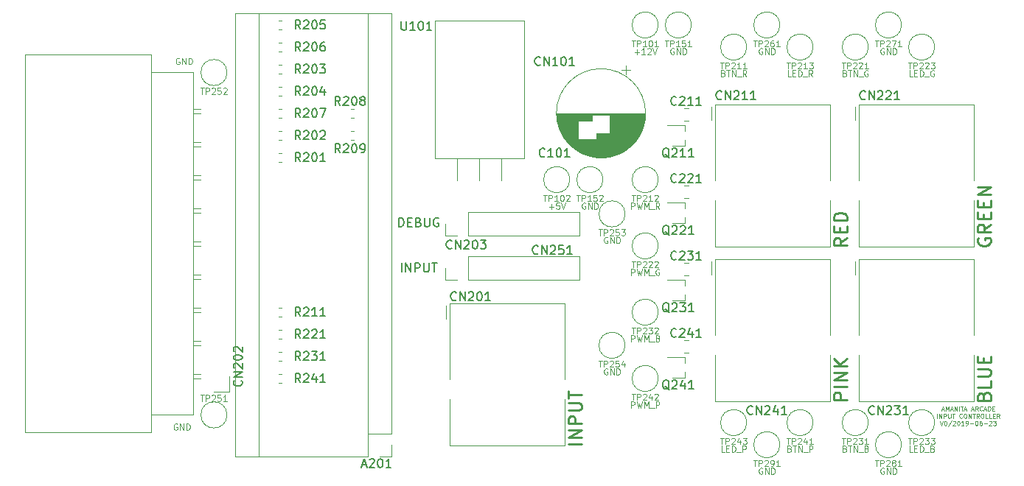
<source format=gbr>
G04 #@! TF.GenerationSoftware,KiCad,Pcbnew,5.0.2-bee76a0~70~ubuntu18.04.1*
G04 #@! TF.CreationDate,2019-06-23T18:14:28-07:00*
G04 #@! TF.ProjectId,aa-input-controller,61612d69-6e70-4757-942d-636f6e74726f,rev?*
G04 #@! TF.SameCoordinates,Original*
G04 #@! TF.FileFunction,Legend,Top*
G04 #@! TF.FilePolarity,Positive*
%FSLAX46Y46*%
G04 Gerber Fmt 4.6, Leading zero omitted, Abs format (unit mm)*
G04 Created by KiCad (PCBNEW 5.0.2-bee76a0~70~ubuntu18.04.1) date Sun 23 Jun 2019 06:14:28 PM PDT*
%MOMM*%
%LPD*%
G01*
G04 APERTURE LIST*
%ADD10C,0.254000*%
%ADD11C,0.152400*%
%ADD12C,0.076200*%
%ADD13C,0.100000*%
%ADD14C,0.120000*%
%ADD15C,0.150000*%
G04 APERTURE END LIST*
D10*
X194437000Y-99441000D02*
X194364428Y-99586142D01*
X194364428Y-99803857D01*
X194437000Y-100021571D01*
X194582142Y-100166714D01*
X194727285Y-100239285D01*
X195017571Y-100311857D01*
X195235285Y-100311857D01*
X195525571Y-100239285D01*
X195670714Y-100166714D01*
X195815857Y-100021571D01*
X195888428Y-99803857D01*
X195888428Y-99658714D01*
X195815857Y-99441000D01*
X195743285Y-99368428D01*
X195235285Y-99368428D01*
X195235285Y-99658714D01*
X195888428Y-97844428D02*
X195162714Y-98352428D01*
X195888428Y-98715285D02*
X194364428Y-98715285D01*
X194364428Y-98134714D01*
X194437000Y-97989571D01*
X194509571Y-97917000D01*
X194654714Y-97844428D01*
X194872428Y-97844428D01*
X195017571Y-97917000D01*
X195090142Y-97989571D01*
X195162714Y-98134714D01*
X195162714Y-98715285D01*
X195090142Y-97191285D02*
X195090142Y-96683285D01*
X195888428Y-96465571D02*
X195888428Y-97191285D01*
X194364428Y-97191285D01*
X194364428Y-96465571D01*
X195090142Y-95812428D02*
X195090142Y-95304428D01*
X195888428Y-95086714D02*
X195888428Y-95812428D01*
X194364428Y-95812428D01*
X194364428Y-95086714D01*
X195888428Y-94433571D02*
X194364428Y-94433571D01*
X195888428Y-93562714D01*
X194364428Y-93562714D01*
X179378428Y-99404714D02*
X178652714Y-99912714D01*
X179378428Y-100275571D02*
X177854428Y-100275571D01*
X177854428Y-99695000D01*
X177927000Y-99549857D01*
X177999571Y-99477285D01*
X178144714Y-99404714D01*
X178362428Y-99404714D01*
X178507571Y-99477285D01*
X178580142Y-99549857D01*
X178652714Y-99695000D01*
X178652714Y-100275571D01*
X178580142Y-98751571D02*
X178580142Y-98243571D01*
X179378428Y-98025857D02*
X179378428Y-98751571D01*
X177854428Y-98751571D01*
X177854428Y-98025857D01*
X179378428Y-97372714D02*
X177854428Y-97372714D01*
X177854428Y-97009857D01*
X177927000Y-96792142D01*
X178072142Y-96647000D01*
X178217285Y-96574428D01*
X178507571Y-96501857D01*
X178725285Y-96501857D01*
X179015571Y-96574428D01*
X179160714Y-96647000D01*
X179305857Y-96792142D01*
X179378428Y-97009857D01*
X179378428Y-97372714D01*
X195090142Y-117565714D02*
X195162714Y-117348000D01*
X195235285Y-117275428D01*
X195380428Y-117202857D01*
X195598142Y-117202857D01*
X195743285Y-117275428D01*
X195815857Y-117348000D01*
X195888428Y-117493142D01*
X195888428Y-118073714D01*
X194364428Y-118073714D01*
X194364428Y-117565714D01*
X194437000Y-117420571D01*
X194509571Y-117348000D01*
X194654714Y-117275428D01*
X194799857Y-117275428D01*
X194945000Y-117348000D01*
X195017571Y-117420571D01*
X195090142Y-117565714D01*
X195090142Y-118073714D01*
X195888428Y-115824000D02*
X195888428Y-116549714D01*
X194364428Y-116549714D01*
X194364428Y-115316000D02*
X195598142Y-115316000D01*
X195743285Y-115243428D01*
X195815857Y-115170857D01*
X195888428Y-115025714D01*
X195888428Y-114735428D01*
X195815857Y-114590285D01*
X195743285Y-114517714D01*
X195598142Y-114445142D01*
X194364428Y-114445142D01*
X195090142Y-113719428D02*
X195090142Y-113211428D01*
X195888428Y-112993714D02*
X195888428Y-113719428D01*
X194364428Y-113719428D01*
X194364428Y-112993714D01*
X179378428Y-118019285D02*
X177854428Y-118019285D01*
X177854428Y-117438714D01*
X177927000Y-117293571D01*
X177999571Y-117221000D01*
X178144714Y-117148428D01*
X178362428Y-117148428D01*
X178507571Y-117221000D01*
X178580142Y-117293571D01*
X178652714Y-117438714D01*
X178652714Y-118019285D01*
X179378428Y-116495285D02*
X177854428Y-116495285D01*
X179378428Y-115769571D02*
X177854428Y-115769571D01*
X179378428Y-114898714D01*
X177854428Y-114898714D01*
X179378428Y-114173000D02*
X177854428Y-114173000D01*
X179378428Y-113302142D02*
X178507571Y-113955285D01*
X177854428Y-113302142D02*
X178725285Y-114173000D01*
X148898428Y-123081142D02*
X147374428Y-123081142D01*
X148898428Y-122355428D02*
X147374428Y-122355428D01*
X148898428Y-121484571D01*
X147374428Y-121484571D01*
X148898428Y-120758857D02*
X147374428Y-120758857D01*
X147374428Y-120178285D01*
X147447000Y-120033142D01*
X147519571Y-119960571D01*
X147664714Y-119888000D01*
X147882428Y-119888000D01*
X148027571Y-119960571D01*
X148100142Y-120033142D01*
X148172714Y-120178285D01*
X148172714Y-120758857D01*
X147374428Y-119234857D02*
X148608142Y-119234857D01*
X148753285Y-119162285D01*
X148825857Y-119089714D01*
X148898428Y-118944571D01*
X148898428Y-118654285D01*
X148825857Y-118509142D01*
X148753285Y-118436571D01*
X148608142Y-118364000D01*
X147374428Y-118364000D01*
X147374428Y-117856000D02*
X147374428Y-116985142D01*
X148898428Y-117420571D02*
X147374428Y-117420571D01*
D11*
X128215571Y-103329619D02*
X128215571Y-102313619D01*
X128699380Y-103329619D02*
X128699380Y-102313619D01*
X129279952Y-103329619D01*
X129279952Y-102313619D01*
X129763761Y-103329619D02*
X129763761Y-102313619D01*
X130150809Y-102313619D01*
X130247571Y-102362000D01*
X130295952Y-102410380D01*
X130344333Y-102507142D01*
X130344333Y-102652285D01*
X130295952Y-102749047D01*
X130247571Y-102797428D01*
X130150809Y-102845809D01*
X129763761Y-102845809D01*
X130779761Y-102313619D02*
X130779761Y-103136095D01*
X130828142Y-103232857D01*
X130876523Y-103281238D01*
X130973285Y-103329619D01*
X131166809Y-103329619D01*
X131263571Y-103281238D01*
X131311952Y-103232857D01*
X131360333Y-103136095D01*
X131360333Y-102313619D01*
X131699000Y-102313619D02*
X132279571Y-102313619D01*
X131989285Y-103329619D02*
X131989285Y-102313619D01*
X127901095Y-98122619D02*
X127901095Y-97106619D01*
X128143000Y-97106619D01*
X128288142Y-97155000D01*
X128384904Y-97251761D01*
X128433285Y-97348523D01*
X128481666Y-97542047D01*
X128481666Y-97687190D01*
X128433285Y-97880714D01*
X128384904Y-97977476D01*
X128288142Y-98074238D01*
X128143000Y-98122619D01*
X127901095Y-98122619D01*
X128917095Y-97590428D02*
X129255761Y-97590428D01*
X129400904Y-98122619D02*
X128917095Y-98122619D01*
X128917095Y-97106619D01*
X129400904Y-97106619D01*
X130175000Y-97590428D02*
X130320142Y-97638809D01*
X130368523Y-97687190D01*
X130416904Y-97783952D01*
X130416904Y-97929095D01*
X130368523Y-98025857D01*
X130320142Y-98074238D01*
X130223380Y-98122619D01*
X129836333Y-98122619D01*
X129836333Y-97106619D01*
X130175000Y-97106619D01*
X130271761Y-97155000D01*
X130320142Y-97203380D01*
X130368523Y-97300142D01*
X130368523Y-97396904D01*
X130320142Y-97493666D01*
X130271761Y-97542047D01*
X130175000Y-97590428D01*
X129836333Y-97590428D01*
X130852333Y-97106619D02*
X130852333Y-97929095D01*
X130900714Y-98025857D01*
X130949095Y-98074238D01*
X131045857Y-98122619D01*
X131239380Y-98122619D01*
X131336142Y-98074238D01*
X131384523Y-98025857D01*
X131432904Y-97929095D01*
X131432904Y-97106619D01*
X132448904Y-97155000D02*
X132352142Y-97106619D01*
X132207000Y-97106619D01*
X132061857Y-97155000D01*
X131965095Y-97251761D01*
X131916714Y-97348523D01*
X131868333Y-97542047D01*
X131868333Y-97687190D01*
X131916714Y-97880714D01*
X131965095Y-97977476D01*
X132061857Y-98074238D01*
X132207000Y-98122619D01*
X132303761Y-98122619D01*
X132448904Y-98074238D01*
X132497285Y-98025857D01*
X132497285Y-97687190D01*
X132303761Y-97687190D01*
D12*
X190246000Y-119134466D02*
X190487904Y-119134466D01*
X190197619Y-119279609D02*
X190366952Y-118771609D01*
X190536285Y-119279609D01*
X190705619Y-119279609D02*
X190705619Y-118771609D01*
X190874952Y-119134466D01*
X191044285Y-118771609D01*
X191044285Y-119279609D01*
X191262000Y-119134466D02*
X191503904Y-119134466D01*
X191213619Y-119279609D02*
X191382952Y-118771609D01*
X191552285Y-119279609D01*
X191721619Y-119279609D02*
X191721619Y-118771609D01*
X192011904Y-119279609D01*
X192011904Y-118771609D01*
X192253809Y-119279609D02*
X192253809Y-118771609D01*
X192423142Y-118771609D02*
X192713428Y-118771609D01*
X192568285Y-119279609D02*
X192568285Y-118771609D01*
X192858571Y-119134466D02*
X193100476Y-119134466D01*
X192810190Y-119279609D02*
X192979523Y-118771609D01*
X193148857Y-119279609D01*
X193681047Y-119134466D02*
X193922952Y-119134466D01*
X193632666Y-119279609D02*
X193802000Y-118771609D01*
X193971333Y-119279609D01*
X194430952Y-119279609D02*
X194261619Y-119037704D01*
X194140666Y-119279609D02*
X194140666Y-118771609D01*
X194334190Y-118771609D01*
X194382571Y-118795800D01*
X194406761Y-118819990D01*
X194430952Y-118868371D01*
X194430952Y-118940942D01*
X194406761Y-118989323D01*
X194382571Y-119013514D01*
X194334190Y-119037704D01*
X194140666Y-119037704D01*
X194938952Y-119231228D02*
X194914761Y-119255419D01*
X194842190Y-119279609D01*
X194793809Y-119279609D01*
X194721238Y-119255419D01*
X194672857Y-119207038D01*
X194648666Y-119158657D01*
X194624476Y-119061895D01*
X194624476Y-118989323D01*
X194648666Y-118892561D01*
X194672857Y-118844180D01*
X194721238Y-118795800D01*
X194793809Y-118771609D01*
X194842190Y-118771609D01*
X194914761Y-118795800D01*
X194938952Y-118819990D01*
X195132476Y-119134466D02*
X195374380Y-119134466D01*
X195084095Y-119279609D02*
X195253428Y-118771609D01*
X195422761Y-119279609D01*
X195592095Y-119279609D02*
X195592095Y-118771609D01*
X195713047Y-118771609D01*
X195785619Y-118795800D01*
X195834000Y-118844180D01*
X195858190Y-118892561D01*
X195882380Y-118989323D01*
X195882380Y-119061895D01*
X195858190Y-119158657D01*
X195834000Y-119207038D01*
X195785619Y-119255419D01*
X195713047Y-119279609D01*
X195592095Y-119279609D01*
X196100095Y-119013514D02*
X196269428Y-119013514D01*
X196342000Y-119279609D02*
X196100095Y-119279609D01*
X196100095Y-118771609D01*
X196342000Y-118771609D01*
X189725904Y-120117809D02*
X189725904Y-119609809D01*
X189967809Y-120117809D02*
X189967809Y-119609809D01*
X190258095Y-120117809D01*
X190258095Y-119609809D01*
X190500000Y-120117809D02*
X190500000Y-119609809D01*
X190693523Y-119609809D01*
X190741904Y-119634000D01*
X190766095Y-119658190D01*
X190790285Y-119706571D01*
X190790285Y-119779142D01*
X190766095Y-119827523D01*
X190741904Y-119851714D01*
X190693523Y-119875904D01*
X190500000Y-119875904D01*
X191008000Y-119609809D02*
X191008000Y-120021047D01*
X191032190Y-120069428D01*
X191056380Y-120093619D01*
X191104761Y-120117809D01*
X191201523Y-120117809D01*
X191249904Y-120093619D01*
X191274095Y-120069428D01*
X191298285Y-120021047D01*
X191298285Y-119609809D01*
X191467619Y-119609809D02*
X191757904Y-119609809D01*
X191612761Y-120117809D02*
X191612761Y-119609809D01*
X192604571Y-120069428D02*
X192580380Y-120093619D01*
X192507809Y-120117809D01*
X192459428Y-120117809D01*
X192386857Y-120093619D01*
X192338476Y-120045238D01*
X192314285Y-119996857D01*
X192290095Y-119900095D01*
X192290095Y-119827523D01*
X192314285Y-119730761D01*
X192338476Y-119682380D01*
X192386857Y-119634000D01*
X192459428Y-119609809D01*
X192507809Y-119609809D01*
X192580380Y-119634000D01*
X192604571Y-119658190D01*
X192919047Y-119609809D02*
X193015809Y-119609809D01*
X193064190Y-119634000D01*
X193112571Y-119682380D01*
X193136761Y-119779142D01*
X193136761Y-119948476D01*
X193112571Y-120045238D01*
X193064190Y-120093619D01*
X193015809Y-120117809D01*
X192919047Y-120117809D01*
X192870666Y-120093619D01*
X192822285Y-120045238D01*
X192798095Y-119948476D01*
X192798095Y-119779142D01*
X192822285Y-119682380D01*
X192870666Y-119634000D01*
X192919047Y-119609809D01*
X193354476Y-120117809D02*
X193354476Y-119609809D01*
X193644761Y-120117809D01*
X193644761Y-119609809D01*
X193814095Y-119609809D02*
X194104380Y-119609809D01*
X193959238Y-120117809D02*
X193959238Y-119609809D01*
X194564000Y-120117809D02*
X194394666Y-119875904D01*
X194273714Y-120117809D02*
X194273714Y-119609809D01*
X194467238Y-119609809D01*
X194515619Y-119634000D01*
X194539809Y-119658190D01*
X194564000Y-119706571D01*
X194564000Y-119779142D01*
X194539809Y-119827523D01*
X194515619Y-119851714D01*
X194467238Y-119875904D01*
X194273714Y-119875904D01*
X194878476Y-119609809D02*
X194975238Y-119609809D01*
X195023619Y-119634000D01*
X195072000Y-119682380D01*
X195096190Y-119779142D01*
X195096190Y-119948476D01*
X195072000Y-120045238D01*
X195023619Y-120093619D01*
X194975238Y-120117809D01*
X194878476Y-120117809D01*
X194830095Y-120093619D01*
X194781714Y-120045238D01*
X194757523Y-119948476D01*
X194757523Y-119779142D01*
X194781714Y-119682380D01*
X194830095Y-119634000D01*
X194878476Y-119609809D01*
X195555809Y-120117809D02*
X195313904Y-120117809D01*
X195313904Y-119609809D01*
X195967047Y-120117809D02*
X195725142Y-120117809D01*
X195725142Y-119609809D01*
X196136380Y-119851714D02*
X196305714Y-119851714D01*
X196378285Y-120117809D02*
X196136380Y-120117809D01*
X196136380Y-119609809D01*
X196378285Y-119609809D01*
X196886285Y-120117809D02*
X196716952Y-119875904D01*
X196596000Y-120117809D02*
X196596000Y-119609809D01*
X196789523Y-119609809D01*
X196837904Y-119634000D01*
X196862095Y-119658190D01*
X196886285Y-119706571D01*
X196886285Y-119779142D01*
X196862095Y-119827523D01*
X196837904Y-119851714D01*
X196789523Y-119875904D01*
X196596000Y-119875904D01*
X190052476Y-120448009D02*
X190221809Y-120956009D01*
X190391142Y-120448009D01*
X190657238Y-120448009D02*
X190705619Y-120448009D01*
X190754000Y-120472200D01*
X190778190Y-120496390D01*
X190802380Y-120544771D01*
X190826571Y-120641533D01*
X190826571Y-120762485D01*
X190802380Y-120859247D01*
X190778190Y-120907628D01*
X190754000Y-120931819D01*
X190705619Y-120956009D01*
X190657238Y-120956009D01*
X190608857Y-120931819D01*
X190584666Y-120907628D01*
X190560476Y-120859247D01*
X190536285Y-120762485D01*
X190536285Y-120641533D01*
X190560476Y-120544771D01*
X190584666Y-120496390D01*
X190608857Y-120472200D01*
X190657238Y-120448009D01*
X191407142Y-120423819D02*
X190971714Y-121076961D01*
X191552285Y-120496390D02*
X191576476Y-120472200D01*
X191624857Y-120448009D01*
X191745809Y-120448009D01*
X191794190Y-120472200D01*
X191818380Y-120496390D01*
X191842571Y-120544771D01*
X191842571Y-120593152D01*
X191818380Y-120665723D01*
X191528095Y-120956009D01*
X191842571Y-120956009D01*
X192157047Y-120448009D02*
X192205428Y-120448009D01*
X192253809Y-120472200D01*
X192278000Y-120496390D01*
X192302190Y-120544771D01*
X192326380Y-120641533D01*
X192326380Y-120762485D01*
X192302190Y-120859247D01*
X192278000Y-120907628D01*
X192253809Y-120931819D01*
X192205428Y-120956009D01*
X192157047Y-120956009D01*
X192108666Y-120931819D01*
X192084476Y-120907628D01*
X192060285Y-120859247D01*
X192036095Y-120762485D01*
X192036095Y-120641533D01*
X192060285Y-120544771D01*
X192084476Y-120496390D01*
X192108666Y-120472200D01*
X192157047Y-120448009D01*
X192810190Y-120956009D02*
X192519904Y-120956009D01*
X192665047Y-120956009D02*
X192665047Y-120448009D01*
X192616666Y-120520580D01*
X192568285Y-120568961D01*
X192519904Y-120593152D01*
X193052095Y-120956009D02*
X193148857Y-120956009D01*
X193197238Y-120931819D01*
X193221428Y-120907628D01*
X193269809Y-120835057D01*
X193294000Y-120738295D01*
X193294000Y-120544771D01*
X193269809Y-120496390D01*
X193245619Y-120472200D01*
X193197238Y-120448009D01*
X193100476Y-120448009D01*
X193052095Y-120472200D01*
X193027904Y-120496390D01*
X193003714Y-120544771D01*
X193003714Y-120665723D01*
X193027904Y-120714104D01*
X193052095Y-120738295D01*
X193100476Y-120762485D01*
X193197238Y-120762485D01*
X193245619Y-120738295D01*
X193269809Y-120714104D01*
X193294000Y-120665723D01*
X193511714Y-120762485D02*
X193898761Y-120762485D01*
X194237428Y-120448009D02*
X194285809Y-120448009D01*
X194334190Y-120472200D01*
X194358380Y-120496390D01*
X194382571Y-120544771D01*
X194406761Y-120641533D01*
X194406761Y-120762485D01*
X194382571Y-120859247D01*
X194358380Y-120907628D01*
X194334190Y-120931819D01*
X194285809Y-120956009D01*
X194237428Y-120956009D01*
X194189047Y-120931819D01*
X194164857Y-120907628D01*
X194140666Y-120859247D01*
X194116476Y-120762485D01*
X194116476Y-120641533D01*
X194140666Y-120544771D01*
X194164857Y-120496390D01*
X194189047Y-120472200D01*
X194237428Y-120448009D01*
X194842190Y-120448009D02*
X194745428Y-120448009D01*
X194697047Y-120472200D01*
X194672857Y-120496390D01*
X194624476Y-120568961D01*
X194600285Y-120665723D01*
X194600285Y-120859247D01*
X194624476Y-120907628D01*
X194648666Y-120931819D01*
X194697047Y-120956009D01*
X194793809Y-120956009D01*
X194842190Y-120931819D01*
X194866380Y-120907628D01*
X194890571Y-120859247D01*
X194890571Y-120738295D01*
X194866380Y-120689914D01*
X194842190Y-120665723D01*
X194793809Y-120641533D01*
X194697047Y-120641533D01*
X194648666Y-120665723D01*
X194624476Y-120689914D01*
X194600285Y-120738295D01*
X195108285Y-120762485D02*
X195495333Y-120762485D01*
X195713047Y-120496390D02*
X195737238Y-120472200D01*
X195785619Y-120448009D01*
X195906571Y-120448009D01*
X195954952Y-120472200D01*
X195979142Y-120496390D01*
X196003333Y-120544771D01*
X196003333Y-120593152D01*
X195979142Y-120665723D01*
X195688857Y-120956009D01*
X196003333Y-120956009D01*
X196172666Y-120448009D02*
X196487142Y-120448009D01*
X196317809Y-120641533D01*
X196390380Y-120641533D01*
X196438761Y-120665723D01*
X196462952Y-120689914D01*
X196487142Y-120738295D01*
X196487142Y-120859247D01*
X196462952Y-120907628D01*
X196438761Y-120931819D01*
X196390380Y-120956009D01*
X196245238Y-120956009D01*
X196196857Y-120931819D01*
X196172666Y-120907628D01*
D13*
G04 #@! TO.C,CN202*
X84963000Y-78359000D02*
X99441000Y-78359000D01*
X104267000Y-80391000D02*
X104267000Y-119761000D01*
X99441000Y-121793000D02*
X84963000Y-121793000D01*
X84963000Y-121793000D02*
X84963000Y-78359000D01*
X108458000Y-115316000D02*
X108458000Y-117094000D01*
X108458000Y-117094000D02*
X106680000Y-117094000D01*
X104267000Y-119761000D02*
X99441000Y-119761000D01*
X99441000Y-78359000D02*
X99441000Y-121793000D01*
X104267000Y-80391000D02*
X99441000Y-80391000D01*
X105156000Y-115570000D02*
X104267000Y-115570000D01*
X105156000Y-115062000D02*
X104267000Y-115062000D01*
X105156000Y-111760000D02*
X104267000Y-111760000D01*
X105156000Y-111252000D02*
X104267000Y-111252000D01*
X105156000Y-107950000D02*
X104267000Y-107950000D01*
X105156000Y-107442000D02*
X104267000Y-107442000D01*
X105156000Y-104140000D02*
X104267000Y-104140000D01*
X105156000Y-103632000D02*
X104267000Y-103632000D01*
X105156000Y-100330000D02*
X104267000Y-100330000D01*
X105156000Y-99822000D02*
X104267000Y-99822000D01*
X105156000Y-96520000D02*
X104267000Y-96520000D01*
X105156000Y-96012000D02*
X104267000Y-96012000D01*
X105156000Y-92202000D02*
X104267000Y-92202000D01*
X105156000Y-92710000D02*
X104267000Y-92710000D01*
X105156000Y-88900000D02*
X104267000Y-88900000D01*
X105156000Y-88392000D02*
X104267000Y-88392000D01*
X105156000Y-85090000D02*
X104267000Y-85090000D01*
X105156000Y-84582000D02*
X104267000Y-84582000D01*
D14*
G04 #@! TO.C,A201*
X124400000Y-124520000D02*
X109160000Y-124520000D01*
X109160000Y-73600000D02*
X127060000Y-73600000D01*
X109160000Y-124520000D02*
X109160000Y-73600000D01*
X127060000Y-73600000D02*
X127060000Y-121920000D01*
X124400000Y-124520000D02*
X124400000Y-73600000D01*
X111820000Y-73600000D02*
X111820000Y-124520000D01*
X127060000Y-121920000D02*
X124400000Y-121920000D01*
X125730000Y-124520000D02*
X127060000Y-124520000D01*
X127060000Y-124520000D02*
X127060000Y-123190000D01*
G04 #@! TO.C,TP254*
X153900000Y-111760000D02*
G75*
G03X153900000Y-111760000I-1500000J0D01*
G01*
G04 #@! TO.C,TP253*
X153900000Y-96647000D02*
G75*
G03X153900000Y-96647000I-1500000J0D01*
G01*
G04 #@! TO.C,R209*
X122392221Y-88140000D02*
X122717779Y-88140000D01*
X122392221Y-87120000D02*
X122717779Y-87120000D01*
G04 #@! TO.C,R208*
X122392221Y-84580000D02*
X122717779Y-84580000D01*
X122392221Y-85600000D02*
X122717779Y-85600000D01*
G04 #@! TO.C,TP213*
X175490000Y-77470000D02*
G75*
G03X175490000Y-77470000I-1500000J0D01*
G01*
G04 #@! TO.C,TP233*
X189460000Y-120650000D02*
G75*
G03X189460000Y-120650000I-1500000J0D01*
G01*
G04 #@! TO.C,TP243*
X167870000Y-120650000D02*
G75*
G03X167870000Y-120650000I-1500000J0D01*
G01*
G04 #@! TO.C,TP223*
X189460000Y-77470000D02*
G75*
G03X189460000Y-77470000I-1500000J0D01*
G01*
G04 #@! TO.C,C211*
X161167578Y-84507000D02*
X160650422Y-84507000D01*
X161167578Y-85927000D02*
X160650422Y-85927000D01*
G04 #@! TO.C,C221*
X161167578Y-94817000D02*
X160650422Y-94817000D01*
X161167578Y-93397000D02*
X160650422Y-93397000D01*
G04 #@! TO.C,C231*
X161167578Y-102287000D02*
X160650422Y-102287000D01*
X161167578Y-103707000D02*
X160650422Y-103707000D01*
G04 #@! TO.C,C241*
X161167578Y-112597000D02*
X160650422Y-112597000D01*
X161167578Y-111177000D02*
X160650422Y-111177000D01*
G04 #@! TO.C,C101*
X154505000Y-80090354D02*
X153505000Y-80090354D01*
X154005000Y-79590354D02*
X154005000Y-80590354D01*
X151729000Y-90151000D02*
X150531000Y-90151000D01*
X151992000Y-90111000D02*
X150268000Y-90111000D01*
X152192000Y-90071000D02*
X150068000Y-90071000D01*
X152360000Y-90031000D02*
X149900000Y-90031000D01*
X152508000Y-89991000D02*
X149752000Y-89991000D01*
X152640000Y-89951000D02*
X149620000Y-89951000D01*
X152760000Y-89911000D02*
X149500000Y-89911000D01*
X152872000Y-89871000D02*
X149388000Y-89871000D01*
X152976000Y-89831000D02*
X149284000Y-89831000D01*
X153074000Y-89791000D02*
X149186000Y-89791000D01*
X153167000Y-89751000D02*
X149093000Y-89751000D01*
X153255000Y-89711000D02*
X149005000Y-89711000D01*
X153339000Y-89671000D02*
X148921000Y-89671000D01*
X153419000Y-89631000D02*
X148841000Y-89631000D01*
X153495000Y-89591000D02*
X148765000Y-89591000D01*
X153569000Y-89551000D02*
X148691000Y-89551000D01*
X153640000Y-89511000D02*
X148620000Y-89511000D01*
X153709000Y-89471000D02*
X148551000Y-89471000D01*
X153775000Y-89431000D02*
X148485000Y-89431000D01*
X153839000Y-89391000D02*
X148421000Y-89391000D01*
X153900000Y-89351000D02*
X148360000Y-89351000D01*
X153960000Y-89311000D02*
X148300000Y-89311000D01*
X154019000Y-89271000D02*
X148241000Y-89271000D01*
X154075000Y-89231000D02*
X148185000Y-89231000D01*
X154130000Y-89191000D02*
X148130000Y-89191000D01*
X154184000Y-89151000D02*
X148076000Y-89151000D01*
X154236000Y-89111000D02*
X148024000Y-89111000D01*
X154286000Y-89071000D02*
X147974000Y-89071000D01*
X154336000Y-89031000D02*
X147924000Y-89031000D01*
X154384000Y-88991000D02*
X147876000Y-88991000D01*
X154431000Y-88951000D02*
X147829000Y-88951000D01*
X154477000Y-88911000D02*
X147783000Y-88911000D01*
X154522000Y-88871000D02*
X147738000Y-88871000D01*
X154566000Y-88831000D02*
X147694000Y-88831000D01*
X154608000Y-88791000D02*
X147652000Y-88791000D01*
X154650000Y-88751000D02*
X147610000Y-88751000D01*
X154691000Y-88711000D02*
X147569000Y-88711000D01*
X154731000Y-88671000D02*
X147529000Y-88671000D01*
X154770000Y-88631000D02*
X147490000Y-88631000D01*
X154809000Y-88591000D02*
X147451000Y-88591000D01*
X154846000Y-88551000D02*
X147414000Y-88551000D01*
X154883000Y-88511000D02*
X147377000Y-88511000D01*
X154919000Y-88471000D02*
X147341000Y-88471000D01*
X154954000Y-88431000D02*
X147306000Y-88431000D01*
X154988000Y-88391000D02*
X147272000Y-88391000D01*
X155022000Y-88351000D02*
X147238000Y-88351000D01*
X155055000Y-88311000D02*
X147205000Y-88311000D01*
X155087000Y-88271000D02*
X147173000Y-88271000D01*
X155119000Y-88231000D02*
X147141000Y-88231000D01*
X155150000Y-88191000D02*
X147110000Y-88191000D01*
X155180000Y-88151000D02*
X147080000Y-88151000D01*
X155210000Y-88111000D02*
X147050000Y-88111000D01*
X155240000Y-88071000D02*
X147020000Y-88071000D01*
X148490000Y-88031000D02*
X146992000Y-88031000D01*
X155268000Y-88031000D02*
X150570000Y-88031000D01*
X148490000Y-87991000D02*
X146964000Y-87991000D01*
X155296000Y-87991000D02*
X150570000Y-87991000D01*
X148490000Y-87951000D02*
X146936000Y-87951000D01*
X155324000Y-87951000D02*
X150570000Y-87951000D01*
X148490000Y-87911000D02*
X146909000Y-87911000D01*
X155351000Y-87911000D02*
X150570000Y-87911000D01*
X148490000Y-87871000D02*
X146883000Y-87871000D01*
X155377000Y-87871000D02*
X150570000Y-87871000D01*
X148490000Y-87831000D02*
X146857000Y-87831000D01*
X155403000Y-87831000D02*
X150570000Y-87831000D01*
X148490000Y-87791000D02*
X146832000Y-87791000D01*
X155428000Y-87791000D02*
X150570000Y-87791000D01*
X148490000Y-87751000D02*
X146807000Y-87751000D01*
X155453000Y-87751000D02*
X150570000Y-87751000D01*
X148490000Y-87711000D02*
X146783000Y-87711000D01*
X155477000Y-87711000D02*
X150570000Y-87711000D01*
X148490000Y-87671000D02*
X146759000Y-87671000D01*
X155501000Y-87671000D02*
X150570000Y-87671000D01*
X148490000Y-87631000D02*
X146735000Y-87631000D01*
X155525000Y-87631000D02*
X150570000Y-87631000D01*
X148490000Y-87591000D02*
X146713000Y-87591000D01*
X155547000Y-87591000D02*
X150570000Y-87591000D01*
X148490000Y-87551000D02*
X146690000Y-87551000D01*
X155570000Y-87551000D02*
X150570000Y-87551000D01*
X148490000Y-87511000D02*
X146668000Y-87511000D01*
X155592000Y-87511000D02*
X150570000Y-87511000D01*
X148490000Y-87471000D02*
X146647000Y-87471000D01*
X155613000Y-87471000D02*
X150570000Y-87471000D01*
X148490000Y-87431000D02*
X146626000Y-87431000D01*
X155634000Y-87431000D02*
X150570000Y-87431000D01*
X148490000Y-87391000D02*
X146605000Y-87391000D01*
X155655000Y-87391000D02*
X150570000Y-87391000D01*
X148490000Y-87351000D02*
X146585000Y-87351000D01*
X155675000Y-87351000D02*
X152170000Y-87351000D01*
X148490000Y-87311000D02*
X146566000Y-87311000D01*
X155694000Y-87311000D02*
X152170000Y-87311000D01*
X148490000Y-87271000D02*
X146546000Y-87271000D01*
X155714000Y-87271000D02*
X152170000Y-87271000D01*
X148490000Y-87231000D02*
X146527000Y-87231000D01*
X155733000Y-87231000D02*
X152170000Y-87231000D01*
X148490000Y-87191000D02*
X146509000Y-87191000D01*
X155751000Y-87191000D02*
X152170000Y-87191000D01*
X148490000Y-87151000D02*
X146491000Y-87151000D01*
X155769000Y-87151000D02*
X152170000Y-87151000D01*
X148490000Y-87111000D02*
X146473000Y-87111000D01*
X155787000Y-87111000D02*
X152170000Y-87111000D01*
X148490000Y-87071000D02*
X146456000Y-87071000D01*
X155804000Y-87071000D02*
X152170000Y-87071000D01*
X148490000Y-87031000D02*
X146440000Y-87031000D01*
X155820000Y-87031000D02*
X152170000Y-87031000D01*
X148490000Y-86991000D02*
X146423000Y-86991000D01*
X155837000Y-86991000D02*
X152170000Y-86991000D01*
X148490000Y-86951000D02*
X146407000Y-86951000D01*
X155853000Y-86951000D02*
X152170000Y-86951000D01*
X148490000Y-86911000D02*
X146392000Y-86911000D01*
X155868000Y-86911000D02*
X152170000Y-86911000D01*
X148490000Y-86871000D02*
X146376000Y-86871000D01*
X155884000Y-86871000D02*
X152170000Y-86871000D01*
X148490000Y-86831000D02*
X146362000Y-86831000D01*
X155898000Y-86831000D02*
X152170000Y-86831000D01*
X148490000Y-86791000D02*
X146347000Y-86791000D01*
X155913000Y-86791000D02*
X152170000Y-86791000D01*
X148490000Y-86751000D02*
X146333000Y-86751000D01*
X155927000Y-86751000D02*
X152170000Y-86751000D01*
X148490000Y-86711000D02*
X146319000Y-86711000D01*
X155941000Y-86711000D02*
X152170000Y-86711000D01*
X148490000Y-86671000D02*
X146306000Y-86671000D01*
X155954000Y-86671000D02*
X152170000Y-86671000D01*
X148490000Y-86631000D02*
X146293000Y-86631000D01*
X155967000Y-86631000D02*
X152170000Y-86631000D01*
X148490000Y-86591000D02*
X146280000Y-86591000D01*
X155980000Y-86591000D02*
X152170000Y-86591000D01*
X148490000Y-86551000D02*
X146268000Y-86551000D01*
X155992000Y-86551000D02*
X152170000Y-86551000D01*
X148490000Y-86511000D02*
X146256000Y-86511000D01*
X156004000Y-86511000D02*
X152170000Y-86511000D01*
X148490000Y-86471000D02*
X146245000Y-86471000D01*
X156015000Y-86471000D02*
X152170000Y-86471000D01*
X148490000Y-86431000D02*
X146233000Y-86431000D01*
X156027000Y-86431000D02*
X152170000Y-86431000D01*
X148490000Y-86391000D02*
X146223000Y-86391000D01*
X156037000Y-86391000D02*
X152170000Y-86391000D01*
X148490000Y-86351000D02*
X146212000Y-86351000D01*
X156048000Y-86351000D02*
X152170000Y-86351000D01*
X148490000Y-86311000D02*
X146202000Y-86311000D01*
X156058000Y-86311000D02*
X152170000Y-86311000D01*
X148490000Y-86271000D02*
X146192000Y-86271000D01*
X156068000Y-86271000D02*
X152170000Y-86271000D01*
X148490000Y-86231000D02*
X146183000Y-86231000D01*
X156077000Y-86231000D02*
X152170000Y-86231000D01*
X148490000Y-86191000D02*
X146174000Y-86191000D01*
X156086000Y-86191000D02*
X152170000Y-86191000D01*
X148490000Y-86151000D02*
X146165000Y-86151000D01*
X156095000Y-86151000D02*
X152170000Y-86151000D01*
X148490000Y-86111000D02*
X146156000Y-86111000D01*
X156104000Y-86111000D02*
X152170000Y-86111000D01*
X148490000Y-86071000D02*
X146148000Y-86071000D01*
X156112000Y-86071000D02*
X152170000Y-86071000D01*
X148490000Y-86031000D02*
X146140000Y-86031000D01*
X156120000Y-86031000D02*
X152170000Y-86031000D01*
X148490000Y-85991000D02*
X146133000Y-85991000D01*
X156127000Y-85991000D02*
X152170000Y-85991000D01*
X150090000Y-85951000D02*
X146126000Y-85951000D01*
X156134000Y-85951000D02*
X152170000Y-85951000D01*
X150090000Y-85911000D02*
X146119000Y-85911000D01*
X156141000Y-85911000D02*
X152170000Y-85911000D01*
X150090000Y-85871000D02*
X146112000Y-85871000D01*
X156148000Y-85871000D02*
X152170000Y-85871000D01*
X150090000Y-85831000D02*
X146106000Y-85831000D01*
X156154000Y-85831000D02*
X152170000Y-85831000D01*
X150090000Y-85791000D02*
X146100000Y-85791000D01*
X156160000Y-85791000D02*
X152170000Y-85791000D01*
X150090000Y-85750000D02*
X146095000Y-85750000D01*
X156165000Y-85750000D02*
X152170000Y-85750000D01*
X150090000Y-85710000D02*
X146090000Y-85710000D01*
X156170000Y-85710000D02*
X152170000Y-85710000D01*
X150090000Y-85670000D02*
X146085000Y-85670000D01*
X156175000Y-85670000D02*
X152170000Y-85670000D01*
X150090000Y-85630000D02*
X146080000Y-85630000D01*
X156180000Y-85630000D02*
X152170000Y-85630000D01*
X150090000Y-85590000D02*
X146076000Y-85590000D01*
X156184000Y-85590000D02*
X152170000Y-85590000D01*
X150090000Y-85550000D02*
X146072000Y-85550000D01*
X156188000Y-85550000D02*
X152170000Y-85550000D01*
X150090000Y-85510000D02*
X146068000Y-85510000D01*
X156192000Y-85510000D02*
X152170000Y-85510000D01*
X150090000Y-85470000D02*
X146065000Y-85470000D01*
X156195000Y-85470000D02*
X152170000Y-85470000D01*
X150090000Y-85430000D02*
X146062000Y-85430000D01*
X156198000Y-85430000D02*
X152170000Y-85430000D01*
X150090000Y-85390000D02*
X146060000Y-85390000D01*
X156200000Y-85390000D02*
X152170000Y-85390000D01*
X150090000Y-85350000D02*
X146057000Y-85350000D01*
X156203000Y-85350000D02*
X152170000Y-85350000D01*
X150090000Y-85310000D02*
X146055000Y-85310000D01*
X156205000Y-85310000D02*
X152170000Y-85310000D01*
X156207000Y-85270000D02*
X146053000Y-85270000D01*
X156208000Y-85230000D02*
X146052000Y-85230000D01*
X156209000Y-85190000D02*
X146051000Y-85190000D01*
X156210000Y-85150000D02*
X146050000Y-85150000D01*
X156210000Y-85110000D02*
X146050000Y-85110000D01*
X156210000Y-85070000D02*
X146050000Y-85070000D01*
X156250000Y-85070000D02*
G75*
G03X156250000Y-85070000I-5120000J0D01*
G01*
G04 #@! TO.C,CN203*
X133290000Y-99120000D02*
X133290000Y-97790000D01*
X134620000Y-99120000D02*
X133290000Y-99120000D01*
X135890000Y-99120000D02*
X135890000Y-96460000D01*
X135890000Y-96460000D02*
X148650000Y-96460000D01*
X135890000Y-99120000D02*
X148650000Y-99120000D01*
X148650000Y-99120000D02*
X148650000Y-96460000D01*
G04 #@! TO.C,CN251*
X148650000Y-104200000D02*
X148650000Y-101540000D01*
X135890000Y-104200000D02*
X148650000Y-104200000D01*
X135890000Y-101540000D02*
X148650000Y-101540000D01*
X135890000Y-104200000D02*
X135890000Y-101540000D01*
X134620000Y-104200000D02*
X133290000Y-104200000D01*
X133290000Y-104200000D02*
X133290000Y-102870000D01*
G04 #@! TO.C,Q231*
X159340000Y-106570000D02*
X160750000Y-106570000D01*
X160750000Y-104250000D02*
X158720000Y-104250000D01*
X160750000Y-104250000D02*
X160750000Y-104910000D01*
X160750000Y-105910000D02*
X160750000Y-106570000D01*
G04 #@! TO.C,Q221*
X160750000Y-97020000D02*
X160750000Y-97680000D01*
X160750000Y-95360000D02*
X160750000Y-96020000D01*
X160750000Y-95360000D02*
X158720000Y-95360000D01*
X159340000Y-97680000D02*
X160750000Y-97680000D01*
G04 #@! TO.C,Q211*
X159340000Y-88790000D02*
X160750000Y-88790000D01*
X160750000Y-86470000D02*
X158720000Y-86470000D01*
X160750000Y-86470000D02*
X160750000Y-87130000D01*
X160750000Y-88130000D02*
X160750000Y-88790000D01*
G04 #@! TO.C,Q241*
X160750000Y-114800000D02*
X160750000Y-115460000D01*
X160750000Y-113140000D02*
X160750000Y-113800000D01*
X160750000Y-113140000D02*
X158720000Y-113140000D01*
X159340000Y-115460000D02*
X160750000Y-115460000D01*
G04 #@! TO.C,U101*
X132040000Y-90290000D02*
X142280000Y-90290000D01*
X132040000Y-74400000D02*
X142280000Y-74400000D01*
X132040000Y-74400000D02*
X132040000Y-90290000D01*
X142280000Y-74400000D02*
X142280000Y-90290000D01*
X134620000Y-90290000D02*
X134620000Y-92830000D01*
X137160000Y-90290000D02*
X137160000Y-92830000D01*
X139700000Y-90290000D02*
X139700000Y-92830000D01*
G04 #@! TO.C,R241*
X114462779Y-116080000D02*
X114137221Y-116080000D01*
X114462779Y-115060000D02*
X114137221Y-115060000D01*
G04 #@! TO.C,R201*
X114462779Y-89660000D02*
X114137221Y-89660000D01*
X114462779Y-90680000D02*
X114137221Y-90680000D01*
G04 #@! TO.C,R202*
X114462779Y-88140000D02*
X114137221Y-88140000D01*
X114462779Y-87120000D02*
X114137221Y-87120000D01*
G04 #@! TO.C,R231*
X114462779Y-112520000D02*
X114137221Y-112520000D01*
X114462779Y-113540000D02*
X114137221Y-113540000D01*
G04 #@! TO.C,R221*
X114462779Y-111000000D02*
X114137221Y-111000000D01*
X114462779Y-109980000D02*
X114137221Y-109980000D01*
G04 #@! TO.C,R207*
X114462779Y-84580000D02*
X114137221Y-84580000D01*
X114462779Y-85600000D02*
X114137221Y-85600000D01*
G04 #@! TO.C,R206*
X114462779Y-77980000D02*
X114137221Y-77980000D01*
X114462779Y-76960000D02*
X114137221Y-76960000D01*
G04 #@! TO.C,R205*
X114462779Y-74420000D02*
X114137221Y-74420000D01*
X114462779Y-75440000D02*
X114137221Y-75440000D01*
G04 #@! TO.C,R204*
X114462779Y-83060000D02*
X114137221Y-83060000D01*
X114462779Y-82040000D02*
X114137221Y-82040000D01*
G04 #@! TO.C,R203*
X114462779Y-79500000D02*
X114137221Y-79500000D01*
X114462779Y-80520000D02*
X114137221Y-80520000D01*
G04 #@! TO.C,R211*
X114462779Y-108460000D02*
X114137221Y-108460000D01*
X114462779Y-107440000D02*
X114137221Y-107440000D01*
G04 #@! TO.C,CN211*
X164211000Y-92837000D02*
X164211000Y-84074000D01*
X177419000Y-100457000D02*
X164211000Y-100457000D01*
X177419000Y-84074000D02*
X177419000Y-92837000D01*
X164211000Y-84074000D02*
X177419000Y-84074000D01*
X163830000Y-85852000D02*
X163830000Y-84328000D01*
X164211000Y-100457000D02*
X164211000Y-95123000D01*
X177419000Y-100457000D02*
X177419000Y-95123000D01*
G04 #@! TO.C,CN241*
X177419000Y-118237000D02*
X177419000Y-112903000D01*
X164211000Y-118237000D02*
X164211000Y-112903000D01*
X163830000Y-103632000D02*
X163830000Y-102108000D01*
X164211000Y-101854000D02*
X177419000Y-101854000D01*
X177419000Y-101854000D02*
X177419000Y-110617000D01*
X177419000Y-118237000D02*
X164211000Y-118237000D01*
X164211000Y-110617000D02*
X164211000Y-101854000D01*
G04 #@! TO.C,CN201*
X133731000Y-115697000D02*
X133731000Y-106934000D01*
X146939000Y-123317000D02*
X133731000Y-123317000D01*
X146939000Y-106934000D02*
X146939000Y-115697000D01*
X133731000Y-106934000D02*
X146939000Y-106934000D01*
X133350000Y-108712000D02*
X133350000Y-107188000D01*
X133731000Y-123317000D02*
X133731000Y-117983000D01*
X146939000Y-123317000D02*
X146939000Y-117983000D01*
G04 #@! TO.C,CN231*
X193929000Y-118237000D02*
X193929000Y-112903000D01*
X180721000Y-118237000D02*
X180721000Y-112903000D01*
X180340000Y-103632000D02*
X180340000Y-102108000D01*
X180721000Y-101854000D02*
X193929000Y-101854000D01*
X193929000Y-101854000D02*
X193929000Y-110617000D01*
X193929000Y-118237000D02*
X180721000Y-118237000D01*
X180721000Y-110617000D02*
X180721000Y-101854000D01*
G04 #@! TO.C,CN221*
X180721000Y-92837000D02*
X180721000Y-84074000D01*
X193929000Y-100457000D02*
X180721000Y-100457000D01*
X193929000Y-84074000D02*
X193929000Y-92837000D01*
X180721000Y-84074000D02*
X193929000Y-84074000D01*
X180340000Y-85852000D02*
X180340000Y-84328000D01*
X180721000Y-100457000D02*
X180721000Y-95123000D01*
X193929000Y-100457000D02*
X193929000Y-95123000D01*
G04 #@! TO.C,TP242*
X157710000Y-115570000D02*
G75*
G03X157710000Y-115570000I-1500000J0D01*
G01*
G04 #@! TO.C,TP232*
X157710000Y-107950000D02*
G75*
G03X157710000Y-107950000I-1500000J0D01*
G01*
G04 #@! TO.C,TP101*
X157710000Y-74930000D02*
G75*
G03X157710000Y-74930000I-1500000J0D01*
G01*
G04 #@! TO.C,TP102*
X147550000Y-92710000D02*
G75*
G03X147550000Y-92710000I-1500000J0D01*
G01*
G04 #@! TO.C,TP151*
X161520000Y-74930000D02*
G75*
G03X161520000Y-74930000I-1500000J0D01*
G01*
G04 #@! TO.C,TP152*
X151360000Y-92710000D02*
G75*
G03X151360000Y-92710000I-1500000J0D01*
G01*
G04 #@! TO.C,TP251*
X108180000Y-119761000D02*
G75*
G03X108180000Y-119761000I-1500000J0D01*
G01*
G04 #@! TO.C,TP212*
X157710000Y-92710000D02*
G75*
G03X157710000Y-92710000I-1500000J0D01*
G01*
G04 #@! TO.C,TP221*
X181840000Y-77470000D02*
G75*
G03X181840000Y-77470000I-1500000J0D01*
G01*
G04 #@! TO.C,TP222*
X157710000Y-100330000D02*
G75*
G03X157710000Y-100330000I-1500000J0D01*
G01*
G04 #@! TO.C,TP231*
X181840000Y-120650000D02*
G75*
G03X181840000Y-120650000I-1500000J0D01*
G01*
G04 #@! TO.C,TP211*
X167870000Y-77470000D02*
G75*
G03X167870000Y-77470000I-1500000J0D01*
G01*
G04 #@! TO.C,TP252*
X108180000Y-80391000D02*
G75*
G03X108180000Y-80391000I-1500000J0D01*
G01*
G04 #@! TO.C,TP261*
X171680000Y-74930000D02*
G75*
G03X171680000Y-74930000I-1500000J0D01*
G01*
G04 #@! TO.C,TP271*
X185650000Y-74930000D02*
G75*
G03X185650000Y-74930000I-1500000J0D01*
G01*
G04 #@! TO.C,TP291*
X171680000Y-123190000D02*
G75*
G03X171680000Y-123190000I-1500000J0D01*
G01*
G04 #@! TO.C,TP281*
X185650000Y-123190000D02*
G75*
G03X185650000Y-123190000I-1500000J0D01*
G01*
G04 #@! TO.C,TP241*
X175490000Y-120650000D02*
G75*
G03X175490000Y-120650000I-1500000J0D01*
G01*
G04 #@! TO.C,CN202*
D15*
X109831142Y-115815857D02*
X109878761Y-115863476D01*
X109926380Y-116006333D01*
X109926380Y-116101571D01*
X109878761Y-116244428D01*
X109783523Y-116339666D01*
X109688285Y-116387285D01*
X109497809Y-116434904D01*
X109354952Y-116434904D01*
X109164476Y-116387285D01*
X109069238Y-116339666D01*
X108974000Y-116244428D01*
X108926380Y-116101571D01*
X108926380Y-116006333D01*
X108974000Y-115863476D01*
X109021619Y-115815857D01*
X109926380Y-115387285D02*
X108926380Y-115387285D01*
X109926380Y-114815857D01*
X108926380Y-114815857D01*
X109021619Y-114387285D02*
X108974000Y-114339666D01*
X108926380Y-114244428D01*
X108926380Y-114006333D01*
X108974000Y-113911095D01*
X109021619Y-113863476D01*
X109116857Y-113815857D01*
X109212095Y-113815857D01*
X109354952Y-113863476D01*
X109926380Y-114434904D01*
X109926380Y-113815857D01*
X108926380Y-113196809D02*
X108926380Y-113101571D01*
X108974000Y-113006333D01*
X109021619Y-112958714D01*
X109116857Y-112911095D01*
X109307333Y-112863476D01*
X109545428Y-112863476D01*
X109735904Y-112911095D01*
X109831142Y-112958714D01*
X109878761Y-113006333D01*
X109926380Y-113101571D01*
X109926380Y-113196809D01*
X109878761Y-113292047D01*
X109831142Y-113339666D01*
X109735904Y-113387285D01*
X109545428Y-113434904D01*
X109307333Y-113434904D01*
X109116857Y-113387285D01*
X109021619Y-113339666D01*
X108974000Y-113292047D01*
X108926380Y-113196809D01*
X109021619Y-112482523D02*
X108974000Y-112434904D01*
X108926380Y-112339666D01*
X108926380Y-112101571D01*
X108974000Y-112006333D01*
X109021619Y-111958714D01*
X109116857Y-111911095D01*
X109212095Y-111911095D01*
X109354952Y-111958714D01*
X109926380Y-112530142D01*
X109926380Y-111911095D01*
G04 #@! TO.C,A201*
X123682333Y-125515666D02*
X124158523Y-125515666D01*
X123587095Y-125801380D02*
X123920428Y-124801380D01*
X124253761Y-125801380D01*
X124539476Y-124896619D02*
X124587095Y-124849000D01*
X124682333Y-124801380D01*
X124920428Y-124801380D01*
X125015666Y-124849000D01*
X125063285Y-124896619D01*
X125110904Y-124991857D01*
X125110904Y-125087095D01*
X125063285Y-125229952D01*
X124491857Y-125801380D01*
X125110904Y-125801380D01*
X125729952Y-124801380D02*
X125825190Y-124801380D01*
X125920428Y-124849000D01*
X125968047Y-124896619D01*
X126015666Y-124991857D01*
X126063285Y-125182333D01*
X126063285Y-125420428D01*
X126015666Y-125610904D01*
X125968047Y-125706142D01*
X125920428Y-125753761D01*
X125825190Y-125801380D01*
X125729952Y-125801380D01*
X125634714Y-125753761D01*
X125587095Y-125706142D01*
X125539476Y-125610904D01*
X125491857Y-125420428D01*
X125491857Y-125182333D01*
X125539476Y-124991857D01*
X125587095Y-124896619D01*
X125634714Y-124849000D01*
X125729952Y-124801380D01*
X127015666Y-125801380D02*
X126444238Y-125801380D01*
X126729952Y-125801380D02*
X126729952Y-124801380D01*
X126634714Y-124944238D01*
X126539476Y-125039476D01*
X126444238Y-125087095D01*
G04 #@! TO.C,TP254*
D13*
X150850000Y-113535666D02*
X151250000Y-113535666D01*
X151050000Y-114235666D02*
X151050000Y-113535666D01*
X151483333Y-114235666D02*
X151483333Y-113535666D01*
X151750000Y-113535666D01*
X151816666Y-113569000D01*
X151850000Y-113602333D01*
X151883333Y-113669000D01*
X151883333Y-113769000D01*
X151850000Y-113835666D01*
X151816666Y-113869000D01*
X151750000Y-113902333D01*
X151483333Y-113902333D01*
X152150000Y-113602333D02*
X152183333Y-113569000D01*
X152250000Y-113535666D01*
X152416666Y-113535666D01*
X152483333Y-113569000D01*
X152516666Y-113602333D01*
X152550000Y-113669000D01*
X152550000Y-113735666D01*
X152516666Y-113835666D01*
X152116666Y-114235666D01*
X152550000Y-114235666D01*
X153183333Y-113535666D02*
X152850000Y-113535666D01*
X152816666Y-113869000D01*
X152850000Y-113835666D01*
X152916666Y-113802333D01*
X153083333Y-113802333D01*
X153150000Y-113835666D01*
X153183333Y-113869000D01*
X153216666Y-113935666D01*
X153216666Y-114102333D01*
X153183333Y-114169000D01*
X153150000Y-114202333D01*
X153083333Y-114235666D01*
X152916666Y-114235666D01*
X152850000Y-114202333D01*
X152816666Y-114169000D01*
X153816666Y-113769000D02*
X153816666Y-114235666D01*
X153650000Y-113502333D02*
X153483333Y-114002333D01*
X153916666Y-114002333D01*
X151866666Y-114458000D02*
X151800000Y-114424666D01*
X151700000Y-114424666D01*
X151600000Y-114458000D01*
X151533333Y-114524666D01*
X151500000Y-114591333D01*
X151466666Y-114724666D01*
X151466666Y-114824666D01*
X151500000Y-114958000D01*
X151533333Y-115024666D01*
X151600000Y-115091333D01*
X151700000Y-115124666D01*
X151766666Y-115124666D01*
X151866666Y-115091333D01*
X151900000Y-115058000D01*
X151900000Y-114824666D01*
X151766666Y-114824666D01*
X152200000Y-115124666D02*
X152200000Y-114424666D01*
X152600000Y-115124666D01*
X152600000Y-114424666D01*
X152933333Y-115124666D02*
X152933333Y-114424666D01*
X153100000Y-114424666D01*
X153200000Y-114458000D01*
X153266666Y-114524666D01*
X153300000Y-114591333D01*
X153333333Y-114724666D01*
X153333333Y-114824666D01*
X153300000Y-114958000D01*
X153266666Y-115024666D01*
X153200000Y-115091333D01*
X153100000Y-115124666D01*
X152933333Y-115124666D01*
G04 #@! TO.C,TP253*
X150850000Y-98422666D02*
X151250000Y-98422666D01*
X151050000Y-99122666D02*
X151050000Y-98422666D01*
X151483333Y-99122666D02*
X151483333Y-98422666D01*
X151750000Y-98422666D01*
X151816666Y-98456000D01*
X151850000Y-98489333D01*
X151883333Y-98556000D01*
X151883333Y-98656000D01*
X151850000Y-98722666D01*
X151816666Y-98756000D01*
X151750000Y-98789333D01*
X151483333Y-98789333D01*
X152150000Y-98489333D02*
X152183333Y-98456000D01*
X152250000Y-98422666D01*
X152416666Y-98422666D01*
X152483333Y-98456000D01*
X152516666Y-98489333D01*
X152550000Y-98556000D01*
X152550000Y-98622666D01*
X152516666Y-98722666D01*
X152116666Y-99122666D01*
X152550000Y-99122666D01*
X153183333Y-98422666D02*
X152850000Y-98422666D01*
X152816666Y-98756000D01*
X152850000Y-98722666D01*
X152916666Y-98689333D01*
X153083333Y-98689333D01*
X153150000Y-98722666D01*
X153183333Y-98756000D01*
X153216666Y-98822666D01*
X153216666Y-98989333D01*
X153183333Y-99056000D01*
X153150000Y-99089333D01*
X153083333Y-99122666D01*
X152916666Y-99122666D01*
X152850000Y-99089333D01*
X152816666Y-99056000D01*
X153450000Y-98422666D02*
X153883333Y-98422666D01*
X153650000Y-98689333D01*
X153750000Y-98689333D01*
X153816666Y-98722666D01*
X153850000Y-98756000D01*
X153883333Y-98822666D01*
X153883333Y-98989333D01*
X153850000Y-99056000D01*
X153816666Y-99089333D01*
X153750000Y-99122666D01*
X153550000Y-99122666D01*
X153483333Y-99089333D01*
X153450000Y-99056000D01*
X151866666Y-99345000D02*
X151800000Y-99311666D01*
X151700000Y-99311666D01*
X151600000Y-99345000D01*
X151533333Y-99411666D01*
X151500000Y-99478333D01*
X151466666Y-99611666D01*
X151466666Y-99711666D01*
X151500000Y-99845000D01*
X151533333Y-99911666D01*
X151600000Y-99978333D01*
X151700000Y-100011666D01*
X151766666Y-100011666D01*
X151866666Y-99978333D01*
X151900000Y-99945000D01*
X151900000Y-99711666D01*
X151766666Y-99711666D01*
X152200000Y-100011666D02*
X152200000Y-99311666D01*
X152600000Y-100011666D01*
X152600000Y-99311666D01*
X152933333Y-100011666D02*
X152933333Y-99311666D01*
X153100000Y-99311666D01*
X153200000Y-99345000D01*
X153266666Y-99411666D01*
X153300000Y-99478333D01*
X153333333Y-99611666D01*
X153333333Y-99711666D01*
X153300000Y-99845000D01*
X153266666Y-99911666D01*
X153200000Y-99978333D01*
X153100000Y-100011666D01*
X152933333Y-100011666D01*
G04 #@! TO.C,R209*
D15*
X121181952Y-89606380D02*
X120848619Y-89130190D01*
X120610523Y-89606380D02*
X120610523Y-88606380D01*
X120991476Y-88606380D01*
X121086714Y-88654000D01*
X121134333Y-88701619D01*
X121181952Y-88796857D01*
X121181952Y-88939714D01*
X121134333Y-89034952D01*
X121086714Y-89082571D01*
X120991476Y-89130190D01*
X120610523Y-89130190D01*
X121562904Y-88701619D02*
X121610523Y-88654000D01*
X121705761Y-88606380D01*
X121943857Y-88606380D01*
X122039095Y-88654000D01*
X122086714Y-88701619D01*
X122134333Y-88796857D01*
X122134333Y-88892095D01*
X122086714Y-89034952D01*
X121515285Y-89606380D01*
X122134333Y-89606380D01*
X122753380Y-88606380D02*
X122848619Y-88606380D01*
X122943857Y-88654000D01*
X122991476Y-88701619D01*
X123039095Y-88796857D01*
X123086714Y-88987333D01*
X123086714Y-89225428D01*
X123039095Y-89415904D01*
X122991476Y-89511142D01*
X122943857Y-89558761D01*
X122848619Y-89606380D01*
X122753380Y-89606380D01*
X122658142Y-89558761D01*
X122610523Y-89511142D01*
X122562904Y-89415904D01*
X122515285Y-89225428D01*
X122515285Y-88987333D01*
X122562904Y-88796857D01*
X122610523Y-88701619D01*
X122658142Y-88654000D01*
X122753380Y-88606380D01*
X123562904Y-89606380D02*
X123753380Y-89606380D01*
X123848619Y-89558761D01*
X123896238Y-89511142D01*
X123991476Y-89368285D01*
X124039095Y-89177809D01*
X124039095Y-88796857D01*
X123991476Y-88701619D01*
X123943857Y-88654000D01*
X123848619Y-88606380D01*
X123658142Y-88606380D01*
X123562904Y-88654000D01*
X123515285Y-88701619D01*
X123467666Y-88796857D01*
X123467666Y-89034952D01*
X123515285Y-89130190D01*
X123562904Y-89177809D01*
X123658142Y-89225428D01*
X123848619Y-89225428D01*
X123943857Y-89177809D01*
X123991476Y-89130190D01*
X124039095Y-89034952D01*
G04 #@! TO.C,R208*
X121181952Y-84145380D02*
X120848619Y-83669190D01*
X120610523Y-84145380D02*
X120610523Y-83145380D01*
X120991476Y-83145380D01*
X121086714Y-83193000D01*
X121134333Y-83240619D01*
X121181952Y-83335857D01*
X121181952Y-83478714D01*
X121134333Y-83573952D01*
X121086714Y-83621571D01*
X120991476Y-83669190D01*
X120610523Y-83669190D01*
X121562904Y-83240619D02*
X121610523Y-83193000D01*
X121705761Y-83145380D01*
X121943857Y-83145380D01*
X122039095Y-83193000D01*
X122086714Y-83240619D01*
X122134333Y-83335857D01*
X122134333Y-83431095D01*
X122086714Y-83573952D01*
X121515285Y-84145380D01*
X122134333Y-84145380D01*
X122753380Y-83145380D02*
X122848619Y-83145380D01*
X122943857Y-83193000D01*
X122991476Y-83240619D01*
X123039095Y-83335857D01*
X123086714Y-83526333D01*
X123086714Y-83764428D01*
X123039095Y-83954904D01*
X122991476Y-84050142D01*
X122943857Y-84097761D01*
X122848619Y-84145380D01*
X122753380Y-84145380D01*
X122658142Y-84097761D01*
X122610523Y-84050142D01*
X122562904Y-83954904D01*
X122515285Y-83764428D01*
X122515285Y-83526333D01*
X122562904Y-83335857D01*
X122610523Y-83240619D01*
X122658142Y-83193000D01*
X122753380Y-83145380D01*
X123658142Y-83573952D02*
X123562904Y-83526333D01*
X123515285Y-83478714D01*
X123467666Y-83383476D01*
X123467666Y-83335857D01*
X123515285Y-83240619D01*
X123562904Y-83193000D01*
X123658142Y-83145380D01*
X123848619Y-83145380D01*
X123943857Y-83193000D01*
X123991476Y-83240619D01*
X124039095Y-83335857D01*
X124039095Y-83383476D01*
X123991476Y-83478714D01*
X123943857Y-83526333D01*
X123848619Y-83573952D01*
X123658142Y-83573952D01*
X123562904Y-83621571D01*
X123515285Y-83669190D01*
X123467666Y-83764428D01*
X123467666Y-83954904D01*
X123515285Y-84050142D01*
X123562904Y-84097761D01*
X123658142Y-84145380D01*
X123848619Y-84145380D01*
X123943857Y-84097761D01*
X123991476Y-84050142D01*
X124039095Y-83954904D01*
X124039095Y-83764428D01*
X123991476Y-83669190D01*
X123943857Y-83621571D01*
X123848619Y-83573952D01*
G04 #@! TO.C,TP213*
D13*
X172440000Y-79245666D02*
X172840000Y-79245666D01*
X172640000Y-79945666D02*
X172640000Y-79245666D01*
X173073333Y-79945666D02*
X173073333Y-79245666D01*
X173340000Y-79245666D01*
X173406666Y-79279000D01*
X173440000Y-79312333D01*
X173473333Y-79379000D01*
X173473333Y-79479000D01*
X173440000Y-79545666D01*
X173406666Y-79579000D01*
X173340000Y-79612333D01*
X173073333Y-79612333D01*
X173740000Y-79312333D02*
X173773333Y-79279000D01*
X173840000Y-79245666D01*
X174006666Y-79245666D01*
X174073333Y-79279000D01*
X174106666Y-79312333D01*
X174140000Y-79379000D01*
X174140000Y-79445666D01*
X174106666Y-79545666D01*
X173706666Y-79945666D01*
X174140000Y-79945666D01*
X174806666Y-79945666D02*
X174406666Y-79945666D01*
X174606666Y-79945666D02*
X174606666Y-79245666D01*
X174540000Y-79345666D01*
X174473333Y-79412333D01*
X174406666Y-79445666D01*
X175040000Y-79245666D02*
X175473333Y-79245666D01*
X175240000Y-79512333D01*
X175340000Y-79512333D01*
X175406666Y-79545666D01*
X175440000Y-79579000D01*
X175473333Y-79645666D01*
X175473333Y-79812333D01*
X175440000Y-79879000D01*
X175406666Y-79912333D01*
X175340000Y-79945666D01*
X175140000Y-79945666D01*
X175073333Y-79912333D01*
X175040000Y-79879000D01*
X172923333Y-80834666D02*
X172590000Y-80834666D01*
X172590000Y-80134666D01*
X173156666Y-80468000D02*
X173390000Y-80468000D01*
X173490000Y-80834666D02*
X173156666Y-80834666D01*
X173156666Y-80134666D01*
X173490000Y-80134666D01*
X173790000Y-80834666D02*
X173790000Y-80134666D01*
X173956666Y-80134666D01*
X174056666Y-80168000D01*
X174123333Y-80234666D01*
X174156666Y-80301333D01*
X174190000Y-80434666D01*
X174190000Y-80534666D01*
X174156666Y-80668000D01*
X174123333Y-80734666D01*
X174056666Y-80801333D01*
X173956666Y-80834666D01*
X173790000Y-80834666D01*
X174323333Y-80901333D02*
X174856666Y-80901333D01*
X175423333Y-80834666D02*
X175190000Y-80501333D01*
X175023333Y-80834666D02*
X175023333Y-80134666D01*
X175290000Y-80134666D01*
X175356666Y-80168000D01*
X175390000Y-80201333D01*
X175423333Y-80268000D01*
X175423333Y-80368000D01*
X175390000Y-80434666D01*
X175356666Y-80468000D01*
X175290000Y-80501333D01*
X175023333Y-80501333D01*
G04 #@! TO.C,TP233*
X186410000Y-122425666D02*
X186810000Y-122425666D01*
X186610000Y-123125666D02*
X186610000Y-122425666D01*
X187043333Y-123125666D02*
X187043333Y-122425666D01*
X187310000Y-122425666D01*
X187376666Y-122459000D01*
X187410000Y-122492333D01*
X187443333Y-122559000D01*
X187443333Y-122659000D01*
X187410000Y-122725666D01*
X187376666Y-122759000D01*
X187310000Y-122792333D01*
X187043333Y-122792333D01*
X187710000Y-122492333D02*
X187743333Y-122459000D01*
X187810000Y-122425666D01*
X187976666Y-122425666D01*
X188043333Y-122459000D01*
X188076666Y-122492333D01*
X188110000Y-122559000D01*
X188110000Y-122625666D01*
X188076666Y-122725666D01*
X187676666Y-123125666D01*
X188110000Y-123125666D01*
X188343333Y-122425666D02*
X188776666Y-122425666D01*
X188543333Y-122692333D01*
X188643333Y-122692333D01*
X188710000Y-122725666D01*
X188743333Y-122759000D01*
X188776666Y-122825666D01*
X188776666Y-122992333D01*
X188743333Y-123059000D01*
X188710000Y-123092333D01*
X188643333Y-123125666D01*
X188443333Y-123125666D01*
X188376666Y-123092333D01*
X188343333Y-123059000D01*
X189010000Y-122425666D02*
X189443333Y-122425666D01*
X189210000Y-122692333D01*
X189310000Y-122692333D01*
X189376666Y-122725666D01*
X189410000Y-122759000D01*
X189443333Y-122825666D01*
X189443333Y-122992333D01*
X189410000Y-123059000D01*
X189376666Y-123092333D01*
X189310000Y-123125666D01*
X189110000Y-123125666D01*
X189043333Y-123092333D01*
X189010000Y-123059000D01*
X186893333Y-124014666D02*
X186560000Y-124014666D01*
X186560000Y-123314666D01*
X187126666Y-123648000D02*
X187360000Y-123648000D01*
X187460000Y-124014666D02*
X187126666Y-124014666D01*
X187126666Y-123314666D01*
X187460000Y-123314666D01*
X187760000Y-124014666D02*
X187760000Y-123314666D01*
X187926666Y-123314666D01*
X188026666Y-123348000D01*
X188093333Y-123414666D01*
X188126666Y-123481333D01*
X188160000Y-123614666D01*
X188160000Y-123714666D01*
X188126666Y-123848000D01*
X188093333Y-123914666D01*
X188026666Y-123981333D01*
X187926666Y-124014666D01*
X187760000Y-124014666D01*
X188293333Y-124081333D02*
X188826666Y-124081333D01*
X189226666Y-123648000D02*
X189326666Y-123681333D01*
X189360000Y-123714666D01*
X189393333Y-123781333D01*
X189393333Y-123881333D01*
X189360000Y-123948000D01*
X189326666Y-123981333D01*
X189260000Y-124014666D01*
X188993333Y-124014666D01*
X188993333Y-123314666D01*
X189226666Y-123314666D01*
X189293333Y-123348000D01*
X189326666Y-123381333D01*
X189360000Y-123448000D01*
X189360000Y-123514666D01*
X189326666Y-123581333D01*
X189293333Y-123614666D01*
X189226666Y-123648000D01*
X188993333Y-123648000D01*
G04 #@! TO.C,TP243*
X164820000Y-122425666D02*
X165220000Y-122425666D01*
X165020000Y-123125666D02*
X165020000Y-122425666D01*
X165453333Y-123125666D02*
X165453333Y-122425666D01*
X165720000Y-122425666D01*
X165786666Y-122459000D01*
X165820000Y-122492333D01*
X165853333Y-122559000D01*
X165853333Y-122659000D01*
X165820000Y-122725666D01*
X165786666Y-122759000D01*
X165720000Y-122792333D01*
X165453333Y-122792333D01*
X166120000Y-122492333D02*
X166153333Y-122459000D01*
X166220000Y-122425666D01*
X166386666Y-122425666D01*
X166453333Y-122459000D01*
X166486666Y-122492333D01*
X166520000Y-122559000D01*
X166520000Y-122625666D01*
X166486666Y-122725666D01*
X166086666Y-123125666D01*
X166520000Y-123125666D01*
X167120000Y-122659000D02*
X167120000Y-123125666D01*
X166953333Y-122392333D02*
X166786666Y-122892333D01*
X167220000Y-122892333D01*
X167420000Y-122425666D02*
X167853333Y-122425666D01*
X167620000Y-122692333D01*
X167720000Y-122692333D01*
X167786666Y-122725666D01*
X167820000Y-122759000D01*
X167853333Y-122825666D01*
X167853333Y-122992333D01*
X167820000Y-123059000D01*
X167786666Y-123092333D01*
X167720000Y-123125666D01*
X167520000Y-123125666D01*
X167453333Y-123092333D01*
X167420000Y-123059000D01*
X165303333Y-124014666D02*
X164970000Y-124014666D01*
X164970000Y-123314666D01*
X165536666Y-123648000D02*
X165770000Y-123648000D01*
X165870000Y-124014666D02*
X165536666Y-124014666D01*
X165536666Y-123314666D01*
X165870000Y-123314666D01*
X166170000Y-124014666D02*
X166170000Y-123314666D01*
X166336666Y-123314666D01*
X166436666Y-123348000D01*
X166503333Y-123414666D01*
X166536666Y-123481333D01*
X166570000Y-123614666D01*
X166570000Y-123714666D01*
X166536666Y-123848000D01*
X166503333Y-123914666D01*
X166436666Y-123981333D01*
X166336666Y-124014666D01*
X166170000Y-124014666D01*
X166703333Y-124081333D02*
X167236666Y-124081333D01*
X167403333Y-124014666D02*
X167403333Y-123314666D01*
X167670000Y-123314666D01*
X167736666Y-123348000D01*
X167770000Y-123381333D01*
X167803333Y-123448000D01*
X167803333Y-123548000D01*
X167770000Y-123614666D01*
X167736666Y-123648000D01*
X167670000Y-123681333D01*
X167403333Y-123681333D01*
G04 #@! TO.C,TP223*
X186410000Y-79245666D02*
X186810000Y-79245666D01*
X186610000Y-79945666D02*
X186610000Y-79245666D01*
X187043333Y-79945666D02*
X187043333Y-79245666D01*
X187310000Y-79245666D01*
X187376666Y-79279000D01*
X187410000Y-79312333D01*
X187443333Y-79379000D01*
X187443333Y-79479000D01*
X187410000Y-79545666D01*
X187376666Y-79579000D01*
X187310000Y-79612333D01*
X187043333Y-79612333D01*
X187710000Y-79312333D02*
X187743333Y-79279000D01*
X187810000Y-79245666D01*
X187976666Y-79245666D01*
X188043333Y-79279000D01*
X188076666Y-79312333D01*
X188110000Y-79379000D01*
X188110000Y-79445666D01*
X188076666Y-79545666D01*
X187676666Y-79945666D01*
X188110000Y-79945666D01*
X188376666Y-79312333D02*
X188410000Y-79279000D01*
X188476666Y-79245666D01*
X188643333Y-79245666D01*
X188710000Y-79279000D01*
X188743333Y-79312333D01*
X188776666Y-79379000D01*
X188776666Y-79445666D01*
X188743333Y-79545666D01*
X188343333Y-79945666D01*
X188776666Y-79945666D01*
X189010000Y-79245666D02*
X189443333Y-79245666D01*
X189210000Y-79512333D01*
X189310000Y-79512333D01*
X189376666Y-79545666D01*
X189410000Y-79579000D01*
X189443333Y-79645666D01*
X189443333Y-79812333D01*
X189410000Y-79879000D01*
X189376666Y-79912333D01*
X189310000Y-79945666D01*
X189110000Y-79945666D01*
X189043333Y-79912333D01*
X189010000Y-79879000D01*
X186893333Y-80834666D02*
X186560000Y-80834666D01*
X186560000Y-80134666D01*
X187126666Y-80468000D02*
X187360000Y-80468000D01*
X187460000Y-80834666D02*
X187126666Y-80834666D01*
X187126666Y-80134666D01*
X187460000Y-80134666D01*
X187760000Y-80834666D02*
X187760000Y-80134666D01*
X187926666Y-80134666D01*
X188026666Y-80168000D01*
X188093333Y-80234666D01*
X188126666Y-80301333D01*
X188160000Y-80434666D01*
X188160000Y-80534666D01*
X188126666Y-80668000D01*
X188093333Y-80734666D01*
X188026666Y-80801333D01*
X187926666Y-80834666D01*
X187760000Y-80834666D01*
X188293333Y-80901333D02*
X188826666Y-80901333D01*
X189360000Y-80168000D02*
X189293333Y-80134666D01*
X189193333Y-80134666D01*
X189093333Y-80168000D01*
X189026666Y-80234666D01*
X188993333Y-80301333D01*
X188960000Y-80434666D01*
X188960000Y-80534666D01*
X188993333Y-80668000D01*
X189026666Y-80734666D01*
X189093333Y-80801333D01*
X189193333Y-80834666D01*
X189260000Y-80834666D01*
X189360000Y-80801333D01*
X189393333Y-80768000D01*
X189393333Y-80534666D01*
X189260000Y-80534666D01*
G04 #@! TO.C,C211*
D15*
X159789952Y-84050142D02*
X159742333Y-84097761D01*
X159599476Y-84145380D01*
X159504238Y-84145380D01*
X159361380Y-84097761D01*
X159266142Y-84002523D01*
X159218523Y-83907285D01*
X159170904Y-83716809D01*
X159170904Y-83573952D01*
X159218523Y-83383476D01*
X159266142Y-83288238D01*
X159361380Y-83193000D01*
X159504238Y-83145380D01*
X159599476Y-83145380D01*
X159742333Y-83193000D01*
X159789952Y-83240619D01*
X160170904Y-83240619D02*
X160218523Y-83193000D01*
X160313761Y-83145380D01*
X160551857Y-83145380D01*
X160647095Y-83193000D01*
X160694714Y-83240619D01*
X160742333Y-83335857D01*
X160742333Y-83431095D01*
X160694714Y-83573952D01*
X160123285Y-84145380D01*
X160742333Y-84145380D01*
X161694714Y-84145380D02*
X161123285Y-84145380D01*
X161409000Y-84145380D02*
X161409000Y-83145380D01*
X161313761Y-83288238D01*
X161218523Y-83383476D01*
X161123285Y-83431095D01*
X162647095Y-84145380D02*
X162075666Y-84145380D01*
X162361380Y-84145380D02*
X162361380Y-83145380D01*
X162266142Y-83288238D01*
X162170904Y-83383476D01*
X162075666Y-83431095D01*
G04 #@! TO.C,C221*
X159789952Y-92940142D02*
X159742333Y-92987761D01*
X159599476Y-93035380D01*
X159504238Y-93035380D01*
X159361380Y-92987761D01*
X159266142Y-92892523D01*
X159218523Y-92797285D01*
X159170904Y-92606809D01*
X159170904Y-92463952D01*
X159218523Y-92273476D01*
X159266142Y-92178238D01*
X159361380Y-92083000D01*
X159504238Y-92035380D01*
X159599476Y-92035380D01*
X159742333Y-92083000D01*
X159789952Y-92130619D01*
X160170904Y-92130619D02*
X160218523Y-92083000D01*
X160313761Y-92035380D01*
X160551857Y-92035380D01*
X160647095Y-92083000D01*
X160694714Y-92130619D01*
X160742333Y-92225857D01*
X160742333Y-92321095D01*
X160694714Y-92463952D01*
X160123285Y-93035380D01*
X160742333Y-93035380D01*
X161123285Y-92130619D02*
X161170904Y-92083000D01*
X161266142Y-92035380D01*
X161504238Y-92035380D01*
X161599476Y-92083000D01*
X161647095Y-92130619D01*
X161694714Y-92225857D01*
X161694714Y-92321095D01*
X161647095Y-92463952D01*
X161075666Y-93035380D01*
X161694714Y-93035380D01*
X162647095Y-93035380D02*
X162075666Y-93035380D01*
X162361380Y-93035380D02*
X162361380Y-92035380D01*
X162266142Y-92178238D01*
X162170904Y-92273476D01*
X162075666Y-92321095D01*
G04 #@! TO.C,C231*
X159789952Y-101830142D02*
X159742333Y-101877761D01*
X159599476Y-101925380D01*
X159504238Y-101925380D01*
X159361380Y-101877761D01*
X159266142Y-101782523D01*
X159218523Y-101687285D01*
X159170904Y-101496809D01*
X159170904Y-101353952D01*
X159218523Y-101163476D01*
X159266142Y-101068238D01*
X159361380Y-100973000D01*
X159504238Y-100925380D01*
X159599476Y-100925380D01*
X159742333Y-100973000D01*
X159789952Y-101020619D01*
X160170904Y-101020619D02*
X160218523Y-100973000D01*
X160313761Y-100925380D01*
X160551857Y-100925380D01*
X160647095Y-100973000D01*
X160694714Y-101020619D01*
X160742333Y-101115857D01*
X160742333Y-101211095D01*
X160694714Y-101353952D01*
X160123285Y-101925380D01*
X160742333Y-101925380D01*
X161075666Y-100925380D02*
X161694714Y-100925380D01*
X161361380Y-101306333D01*
X161504238Y-101306333D01*
X161599476Y-101353952D01*
X161647095Y-101401571D01*
X161694714Y-101496809D01*
X161694714Y-101734904D01*
X161647095Y-101830142D01*
X161599476Y-101877761D01*
X161504238Y-101925380D01*
X161218523Y-101925380D01*
X161123285Y-101877761D01*
X161075666Y-101830142D01*
X162647095Y-101925380D02*
X162075666Y-101925380D01*
X162361380Y-101925380D02*
X162361380Y-100925380D01*
X162266142Y-101068238D01*
X162170904Y-101163476D01*
X162075666Y-101211095D01*
G04 #@! TO.C,C241*
X159789952Y-110720142D02*
X159742333Y-110767761D01*
X159599476Y-110815380D01*
X159504238Y-110815380D01*
X159361380Y-110767761D01*
X159266142Y-110672523D01*
X159218523Y-110577285D01*
X159170904Y-110386809D01*
X159170904Y-110243952D01*
X159218523Y-110053476D01*
X159266142Y-109958238D01*
X159361380Y-109863000D01*
X159504238Y-109815380D01*
X159599476Y-109815380D01*
X159742333Y-109863000D01*
X159789952Y-109910619D01*
X160170904Y-109910619D02*
X160218523Y-109863000D01*
X160313761Y-109815380D01*
X160551857Y-109815380D01*
X160647095Y-109863000D01*
X160694714Y-109910619D01*
X160742333Y-110005857D01*
X160742333Y-110101095D01*
X160694714Y-110243952D01*
X160123285Y-110815380D01*
X160742333Y-110815380D01*
X161599476Y-110148714D02*
X161599476Y-110815380D01*
X161361380Y-109767761D02*
X161123285Y-110482047D01*
X161742333Y-110482047D01*
X162647095Y-110815380D02*
X162075666Y-110815380D01*
X162361380Y-110815380D02*
X162361380Y-109815380D01*
X162266142Y-109958238D01*
X162170904Y-110053476D01*
X162075666Y-110101095D01*
G04 #@! TO.C,C101*
X144676952Y-90019142D02*
X144629333Y-90066761D01*
X144486476Y-90114380D01*
X144391238Y-90114380D01*
X144248380Y-90066761D01*
X144153142Y-89971523D01*
X144105523Y-89876285D01*
X144057904Y-89685809D01*
X144057904Y-89542952D01*
X144105523Y-89352476D01*
X144153142Y-89257238D01*
X144248380Y-89162000D01*
X144391238Y-89114380D01*
X144486476Y-89114380D01*
X144629333Y-89162000D01*
X144676952Y-89209619D01*
X145629333Y-90114380D02*
X145057904Y-90114380D01*
X145343619Y-90114380D02*
X145343619Y-89114380D01*
X145248380Y-89257238D01*
X145153142Y-89352476D01*
X145057904Y-89400095D01*
X146248380Y-89114380D02*
X146343619Y-89114380D01*
X146438857Y-89162000D01*
X146486476Y-89209619D01*
X146534095Y-89304857D01*
X146581714Y-89495333D01*
X146581714Y-89733428D01*
X146534095Y-89923904D01*
X146486476Y-90019142D01*
X146438857Y-90066761D01*
X146343619Y-90114380D01*
X146248380Y-90114380D01*
X146153142Y-90066761D01*
X146105523Y-90019142D01*
X146057904Y-89923904D01*
X146010285Y-89733428D01*
X146010285Y-89495333D01*
X146057904Y-89304857D01*
X146105523Y-89209619D01*
X146153142Y-89162000D01*
X146248380Y-89114380D01*
X147534095Y-90114380D02*
X146962666Y-90114380D01*
X147248380Y-90114380D02*
X147248380Y-89114380D01*
X147153142Y-89257238D01*
X147057904Y-89352476D01*
X146962666Y-89400095D01*
G04 #@! TO.C,CN203*
X133993142Y-100560142D02*
X133945523Y-100607761D01*
X133802666Y-100655380D01*
X133707428Y-100655380D01*
X133564571Y-100607761D01*
X133469333Y-100512523D01*
X133421714Y-100417285D01*
X133374095Y-100226809D01*
X133374095Y-100083952D01*
X133421714Y-99893476D01*
X133469333Y-99798238D01*
X133564571Y-99703000D01*
X133707428Y-99655380D01*
X133802666Y-99655380D01*
X133945523Y-99703000D01*
X133993142Y-99750619D01*
X134421714Y-100655380D02*
X134421714Y-99655380D01*
X134993142Y-100655380D01*
X134993142Y-99655380D01*
X135421714Y-99750619D02*
X135469333Y-99703000D01*
X135564571Y-99655380D01*
X135802666Y-99655380D01*
X135897904Y-99703000D01*
X135945523Y-99750619D01*
X135993142Y-99845857D01*
X135993142Y-99941095D01*
X135945523Y-100083952D01*
X135374095Y-100655380D01*
X135993142Y-100655380D01*
X136612190Y-99655380D02*
X136707428Y-99655380D01*
X136802666Y-99703000D01*
X136850285Y-99750619D01*
X136897904Y-99845857D01*
X136945523Y-100036333D01*
X136945523Y-100274428D01*
X136897904Y-100464904D01*
X136850285Y-100560142D01*
X136802666Y-100607761D01*
X136707428Y-100655380D01*
X136612190Y-100655380D01*
X136516952Y-100607761D01*
X136469333Y-100560142D01*
X136421714Y-100464904D01*
X136374095Y-100274428D01*
X136374095Y-100036333D01*
X136421714Y-99845857D01*
X136469333Y-99750619D01*
X136516952Y-99703000D01*
X136612190Y-99655380D01*
X137278857Y-99655380D02*
X137897904Y-99655380D01*
X137564571Y-100036333D01*
X137707428Y-100036333D01*
X137802666Y-100083952D01*
X137850285Y-100131571D01*
X137897904Y-100226809D01*
X137897904Y-100464904D01*
X137850285Y-100560142D01*
X137802666Y-100607761D01*
X137707428Y-100655380D01*
X137421714Y-100655380D01*
X137326476Y-100607761D01*
X137278857Y-100560142D01*
G04 #@! TO.C,CN251*
X143899142Y-101195142D02*
X143851523Y-101242761D01*
X143708666Y-101290380D01*
X143613428Y-101290380D01*
X143470571Y-101242761D01*
X143375333Y-101147523D01*
X143327714Y-101052285D01*
X143280095Y-100861809D01*
X143280095Y-100718952D01*
X143327714Y-100528476D01*
X143375333Y-100433238D01*
X143470571Y-100338000D01*
X143613428Y-100290380D01*
X143708666Y-100290380D01*
X143851523Y-100338000D01*
X143899142Y-100385619D01*
X144327714Y-101290380D02*
X144327714Y-100290380D01*
X144899142Y-101290380D01*
X144899142Y-100290380D01*
X145327714Y-100385619D02*
X145375333Y-100338000D01*
X145470571Y-100290380D01*
X145708666Y-100290380D01*
X145803904Y-100338000D01*
X145851523Y-100385619D01*
X145899142Y-100480857D01*
X145899142Y-100576095D01*
X145851523Y-100718952D01*
X145280095Y-101290380D01*
X145899142Y-101290380D01*
X146803904Y-100290380D02*
X146327714Y-100290380D01*
X146280095Y-100766571D01*
X146327714Y-100718952D01*
X146422952Y-100671333D01*
X146661047Y-100671333D01*
X146756285Y-100718952D01*
X146803904Y-100766571D01*
X146851523Y-100861809D01*
X146851523Y-101099904D01*
X146803904Y-101195142D01*
X146756285Y-101242761D01*
X146661047Y-101290380D01*
X146422952Y-101290380D01*
X146327714Y-101242761D01*
X146280095Y-101195142D01*
X147803904Y-101290380D02*
X147232476Y-101290380D01*
X147518190Y-101290380D02*
X147518190Y-100290380D01*
X147422952Y-100433238D01*
X147327714Y-100528476D01*
X147232476Y-100576095D01*
G04 #@! TO.C,CN101*
X144153142Y-79478142D02*
X144105523Y-79525761D01*
X143962666Y-79573380D01*
X143867428Y-79573380D01*
X143724571Y-79525761D01*
X143629333Y-79430523D01*
X143581714Y-79335285D01*
X143534095Y-79144809D01*
X143534095Y-79001952D01*
X143581714Y-78811476D01*
X143629333Y-78716238D01*
X143724571Y-78621000D01*
X143867428Y-78573380D01*
X143962666Y-78573380D01*
X144105523Y-78621000D01*
X144153142Y-78668619D01*
X144581714Y-79573380D02*
X144581714Y-78573380D01*
X145153142Y-79573380D01*
X145153142Y-78573380D01*
X146153142Y-79573380D02*
X145581714Y-79573380D01*
X145867428Y-79573380D02*
X145867428Y-78573380D01*
X145772190Y-78716238D01*
X145676952Y-78811476D01*
X145581714Y-78859095D01*
X146772190Y-78573380D02*
X146867428Y-78573380D01*
X146962666Y-78621000D01*
X147010285Y-78668619D01*
X147057904Y-78763857D01*
X147105523Y-78954333D01*
X147105523Y-79192428D01*
X147057904Y-79382904D01*
X147010285Y-79478142D01*
X146962666Y-79525761D01*
X146867428Y-79573380D01*
X146772190Y-79573380D01*
X146676952Y-79525761D01*
X146629333Y-79478142D01*
X146581714Y-79382904D01*
X146534095Y-79192428D01*
X146534095Y-78954333D01*
X146581714Y-78763857D01*
X146629333Y-78668619D01*
X146676952Y-78621000D01*
X146772190Y-78573380D01*
X148057904Y-79573380D02*
X147486476Y-79573380D01*
X147772190Y-79573380D02*
X147772190Y-78573380D01*
X147676952Y-78716238D01*
X147581714Y-78811476D01*
X147486476Y-78859095D01*
G04 #@! TO.C,Q231*
X158972380Y-107989619D02*
X158877142Y-107942000D01*
X158781904Y-107846761D01*
X158639047Y-107703904D01*
X158543809Y-107656285D01*
X158448571Y-107656285D01*
X158496190Y-107894380D02*
X158400952Y-107846761D01*
X158305714Y-107751523D01*
X158258095Y-107561047D01*
X158258095Y-107227714D01*
X158305714Y-107037238D01*
X158400952Y-106942000D01*
X158496190Y-106894380D01*
X158686666Y-106894380D01*
X158781904Y-106942000D01*
X158877142Y-107037238D01*
X158924761Y-107227714D01*
X158924761Y-107561047D01*
X158877142Y-107751523D01*
X158781904Y-107846761D01*
X158686666Y-107894380D01*
X158496190Y-107894380D01*
X159305714Y-106989619D02*
X159353333Y-106942000D01*
X159448571Y-106894380D01*
X159686666Y-106894380D01*
X159781904Y-106942000D01*
X159829523Y-106989619D01*
X159877142Y-107084857D01*
X159877142Y-107180095D01*
X159829523Y-107322952D01*
X159258095Y-107894380D01*
X159877142Y-107894380D01*
X160210476Y-106894380D02*
X160829523Y-106894380D01*
X160496190Y-107275333D01*
X160639047Y-107275333D01*
X160734285Y-107322952D01*
X160781904Y-107370571D01*
X160829523Y-107465809D01*
X160829523Y-107703904D01*
X160781904Y-107799142D01*
X160734285Y-107846761D01*
X160639047Y-107894380D01*
X160353333Y-107894380D01*
X160258095Y-107846761D01*
X160210476Y-107799142D01*
X161781904Y-107894380D02*
X161210476Y-107894380D01*
X161496190Y-107894380D02*
X161496190Y-106894380D01*
X161400952Y-107037238D01*
X161305714Y-107132476D01*
X161210476Y-107180095D01*
G04 #@! TO.C,Q221*
X158972380Y-99099619D02*
X158877142Y-99052000D01*
X158781904Y-98956761D01*
X158639047Y-98813904D01*
X158543809Y-98766285D01*
X158448571Y-98766285D01*
X158496190Y-99004380D02*
X158400952Y-98956761D01*
X158305714Y-98861523D01*
X158258095Y-98671047D01*
X158258095Y-98337714D01*
X158305714Y-98147238D01*
X158400952Y-98052000D01*
X158496190Y-98004380D01*
X158686666Y-98004380D01*
X158781904Y-98052000D01*
X158877142Y-98147238D01*
X158924761Y-98337714D01*
X158924761Y-98671047D01*
X158877142Y-98861523D01*
X158781904Y-98956761D01*
X158686666Y-99004380D01*
X158496190Y-99004380D01*
X159305714Y-98099619D02*
X159353333Y-98052000D01*
X159448571Y-98004380D01*
X159686666Y-98004380D01*
X159781904Y-98052000D01*
X159829523Y-98099619D01*
X159877142Y-98194857D01*
X159877142Y-98290095D01*
X159829523Y-98432952D01*
X159258095Y-99004380D01*
X159877142Y-99004380D01*
X160258095Y-98099619D02*
X160305714Y-98052000D01*
X160400952Y-98004380D01*
X160639047Y-98004380D01*
X160734285Y-98052000D01*
X160781904Y-98099619D01*
X160829523Y-98194857D01*
X160829523Y-98290095D01*
X160781904Y-98432952D01*
X160210476Y-99004380D01*
X160829523Y-99004380D01*
X161781904Y-99004380D02*
X161210476Y-99004380D01*
X161496190Y-99004380D02*
X161496190Y-98004380D01*
X161400952Y-98147238D01*
X161305714Y-98242476D01*
X161210476Y-98290095D01*
G04 #@! TO.C,Q211*
X158972380Y-90209619D02*
X158877142Y-90162000D01*
X158781904Y-90066761D01*
X158639047Y-89923904D01*
X158543809Y-89876285D01*
X158448571Y-89876285D01*
X158496190Y-90114380D02*
X158400952Y-90066761D01*
X158305714Y-89971523D01*
X158258095Y-89781047D01*
X158258095Y-89447714D01*
X158305714Y-89257238D01*
X158400952Y-89162000D01*
X158496190Y-89114380D01*
X158686666Y-89114380D01*
X158781904Y-89162000D01*
X158877142Y-89257238D01*
X158924761Y-89447714D01*
X158924761Y-89781047D01*
X158877142Y-89971523D01*
X158781904Y-90066761D01*
X158686666Y-90114380D01*
X158496190Y-90114380D01*
X159305714Y-89209619D02*
X159353333Y-89162000D01*
X159448571Y-89114380D01*
X159686666Y-89114380D01*
X159781904Y-89162000D01*
X159829523Y-89209619D01*
X159877142Y-89304857D01*
X159877142Y-89400095D01*
X159829523Y-89542952D01*
X159258095Y-90114380D01*
X159877142Y-90114380D01*
X160829523Y-90114380D02*
X160258095Y-90114380D01*
X160543809Y-90114380D02*
X160543809Y-89114380D01*
X160448571Y-89257238D01*
X160353333Y-89352476D01*
X160258095Y-89400095D01*
X161781904Y-90114380D02*
X161210476Y-90114380D01*
X161496190Y-90114380D02*
X161496190Y-89114380D01*
X161400952Y-89257238D01*
X161305714Y-89352476D01*
X161210476Y-89400095D01*
G04 #@! TO.C,Q241*
X158972380Y-116879619D02*
X158877142Y-116832000D01*
X158781904Y-116736761D01*
X158639047Y-116593904D01*
X158543809Y-116546285D01*
X158448571Y-116546285D01*
X158496190Y-116784380D02*
X158400952Y-116736761D01*
X158305714Y-116641523D01*
X158258095Y-116451047D01*
X158258095Y-116117714D01*
X158305714Y-115927238D01*
X158400952Y-115832000D01*
X158496190Y-115784380D01*
X158686666Y-115784380D01*
X158781904Y-115832000D01*
X158877142Y-115927238D01*
X158924761Y-116117714D01*
X158924761Y-116451047D01*
X158877142Y-116641523D01*
X158781904Y-116736761D01*
X158686666Y-116784380D01*
X158496190Y-116784380D01*
X159305714Y-115879619D02*
X159353333Y-115832000D01*
X159448571Y-115784380D01*
X159686666Y-115784380D01*
X159781904Y-115832000D01*
X159829523Y-115879619D01*
X159877142Y-115974857D01*
X159877142Y-116070095D01*
X159829523Y-116212952D01*
X159258095Y-116784380D01*
X159877142Y-116784380D01*
X160734285Y-116117714D02*
X160734285Y-116784380D01*
X160496190Y-115736761D02*
X160258095Y-116451047D01*
X160877142Y-116451047D01*
X161781904Y-116784380D02*
X161210476Y-116784380D01*
X161496190Y-116784380D02*
X161496190Y-115784380D01*
X161400952Y-115927238D01*
X161305714Y-116022476D01*
X161210476Y-116070095D01*
G04 #@! TO.C,U101*
X128206714Y-74509380D02*
X128206714Y-75318904D01*
X128254333Y-75414142D01*
X128301952Y-75461761D01*
X128397190Y-75509380D01*
X128587666Y-75509380D01*
X128682904Y-75461761D01*
X128730523Y-75414142D01*
X128778142Y-75318904D01*
X128778142Y-74509380D01*
X129778142Y-75509380D02*
X129206714Y-75509380D01*
X129492428Y-75509380D02*
X129492428Y-74509380D01*
X129397190Y-74652238D01*
X129301952Y-74747476D01*
X129206714Y-74795095D01*
X130397190Y-74509380D02*
X130492428Y-74509380D01*
X130587666Y-74557000D01*
X130635285Y-74604619D01*
X130682904Y-74699857D01*
X130730523Y-74890333D01*
X130730523Y-75128428D01*
X130682904Y-75318904D01*
X130635285Y-75414142D01*
X130587666Y-75461761D01*
X130492428Y-75509380D01*
X130397190Y-75509380D01*
X130301952Y-75461761D01*
X130254333Y-75414142D01*
X130206714Y-75318904D01*
X130159095Y-75128428D01*
X130159095Y-74890333D01*
X130206714Y-74699857D01*
X130254333Y-74604619D01*
X130301952Y-74557000D01*
X130397190Y-74509380D01*
X131682904Y-75509380D02*
X131111476Y-75509380D01*
X131397190Y-75509380D02*
X131397190Y-74509380D01*
X131301952Y-74652238D01*
X131206714Y-74747476D01*
X131111476Y-74795095D01*
G04 #@! TO.C,R241*
X116609952Y-116022380D02*
X116276619Y-115546190D01*
X116038523Y-116022380D02*
X116038523Y-115022380D01*
X116419476Y-115022380D01*
X116514714Y-115070000D01*
X116562333Y-115117619D01*
X116609952Y-115212857D01*
X116609952Y-115355714D01*
X116562333Y-115450952D01*
X116514714Y-115498571D01*
X116419476Y-115546190D01*
X116038523Y-115546190D01*
X116990904Y-115117619D02*
X117038523Y-115070000D01*
X117133761Y-115022380D01*
X117371857Y-115022380D01*
X117467095Y-115070000D01*
X117514714Y-115117619D01*
X117562333Y-115212857D01*
X117562333Y-115308095D01*
X117514714Y-115450952D01*
X116943285Y-116022380D01*
X117562333Y-116022380D01*
X118419476Y-115355714D02*
X118419476Y-116022380D01*
X118181380Y-114974761D02*
X117943285Y-115689047D01*
X118562333Y-115689047D01*
X119467095Y-116022380D02*
X118895666Y-116022380D01*
X119181380Y-116022380D02*
X119181380Y-115022380D01*
X119086142Y-115165238D01*
X118990904Y-115260476D01*
X118895666Y-115308095D01*
G04 #@! TO.C,R201*
X116609952Y-90622380D02*
X116276619Y-90146190D01*
X116038523Y-90622380D02*
X116038523Y-89622380D01*
X116419476Y-89622380D01*
X116514714Y-89670000D01*
X116562333Y-89717619D01*
X116609952Y-89812857D01*
X116609952Y-89955714D01*
X116562333Y-90050952D01*
X116514714Y-90098571D01*
X116419476Y-90146190D01*
X116038523Y-90146190D01*
X116990904Y-89717619D02*
X117038523Y-89670000D01*
X117133761Y-89622380D01*
X117371857Y-89622380D01*
X117467095Y-89670000D01*
X117514714Y-89717619D01*
X117562333Y-89812857D01*
X117562333Y-89908095D01*
X117514714Y-90050952D01*
X116943285Y-90622380D01*
X117562333Y-90622380D01*
X118181380Y-89622380D02*
X118276619Y-89622380D01*
X118371857Y-89670000D01*
X118419476Y-89717619D01*
X118467095Y-89812857D01*
X118514714Y-90003333D01*
X118514714Y-90241428D01*
X118467095Y-90431904D01*
X118419476Y-90527142D01*
X118371857Y-90574761D01*
X118276619Y-90622380D01*
X118181380Y-90622380D01*
X118086142Y-90574761D01*
X118038523Y-90527142D01*
X117990904Y-90431904D01*
X117943285Y-90241428D01*
X117943285Y-90003333D01*
X117990904Y-89812857D01*
X118038523Y-89717619D01*
X118086142Y-89670000D01*
X118181380Y-89622380D01*
X119467095Y-90622380D02*
X118895666Y-90622380D01*
X119181380Y-90622380D02*
X119181380Y-89622380D01*
X119086142Y-89765238D01*
X118990904Y-89860476D01*
X118895666Y-89908095D01*
G04 #@! TO.C,R202*
X116609952Y-88082380D02*
X116276619Y-87606190D01*
X116038523Y-88082380D02*
X116038523Y-87082380D01*
X116419476Y-87082380D01*
X116514714Y-87130000D01*
X116562333Y-87177619D01*
X116609952Y-87272857D01*
X116609952Y-87415714D01*
X116562333Y-87510952D01*
X116514714Y-87558571D01*
X116419476Y-87606190D01*
X116038523Y-87606190D01*
X116990904Y-87177619D02*
X117038523Y-87130000D01*
X117133761Y-87082380D01*
X117371857Y-87082380D01*
X117467095Y-87130000D01*
X117514714Y-87177619D01*
X117562333Y-87272857D01*
X117562333Y-87368095D01*
X117514714Y-87510952D01*
X116943285Y-88082380D01*
X117562333Y-88082380D01*
X118181380Y-87082380D02*
X118276619Y-87082380D01*
X118371857Y-87130000D01*
X118419476Y-87177619D01*
X118467095Y-87272857D01*
X118514714Y-87463333D01*
X118514714Y-87701428D01*
X118467095Y-87891904D01*
X118419476Y-87987142D01*
X118371857Y-88034761D01*
X118276619Y-88082380D01*
X118181380Y-88082380D01*
X118086142Y-88034761D01*
X118038523Y-87987142D01*
X117990904Y-87891904D01*
X117943285Y-87701428D01*
X117943285Y-87463333D01*
X117990904Y-87272857D01*
X118038523Y-87177619D01*
X118086142Y-87130000D01*
X118181380Y-87082380D01*
X118895666Y-87177619D02*
X118943285Y-87130000D01*
X119038523Y-87082380D01*
X119276619Y-87082380D01*
X119371857Y-87130000D01*
X119419476Y-87177619D01*
X119467095Y-87272857D01*
X119467095Y-87368095D01*
X119419476Y-87510952D01*
X118848047Y-88082380D01*
X119467095Y-88082380D01*
G04 #@! TO.C,R231*
X116609952Y-113482380D02*
X116276619Y-113006190D01*
X116038523Y-113482380D02*
X116038523Y-112482380D01*
X116419476Y-112482380D01*
X116514714Y-112530000D01*
X116562333Y-112577619D01*
X116609952Y-112672857D01*
X116609952Y-112815714D01*
X116562333Y-112910952D01*
X116514714Y-112958571D01*
X116419476Y-113006190D01*
X116038523Y-113006190D01*
X116990904Y-112577619D02*
X117038523Y-112530000D01*
X117133761Y-112482380D01*
X117371857Y-112482380D01*
X117467095Y-112530000D01*
X117514714Y-112577619D01*
X117562333Y-112672857D01*
X117562333Y-112768095D01*
X117514714Y-112910952D01*
X116943285Y-113482380D01*
X117562333Y-113482380D01*
X117895666Y-112482380D02*
X118514714Y-112482380D01*
X118181380Y-112863333D01*
X118324238Y-112863333D01*
X118419476Y-112910952D01*
X118467095Y-112958571D01*
X118514714Y-113053809D01*
X118514714Y-113291904D01*
X118467095Y-113387142D01*
X118419476Y-113434761D01*
X118324238Y-113482380D01*
X118038523Y-113482380D01*
X117943285Y-113434761D01*
X117895666Y-113387142D01*
X119467095Y-113482380D02*
X118895666Y-113482380D01*
X119181380Y-113482380D02*
X119181380Y-112482380D01*
X119086142Y-112625238D01*
X118990904Y-112720476D01*
X118895666Y-112768095D01*
G04 #@! TO.C,R221*
X116609952Y-110942380D02*
X116276619Y-110466190D01*
X116038523Y-110942380D02*
X116038523Y-109942380D01*
X116419476Y-109942380D01*
X116514714Y-109990000D01*
X116562333Y-110037619D01*
X116609952Y-110132857D01*
X116609952Y-110275714D01*
X116562333Y-110370952D01*
X116514714Y-110418571D01*
X116419476Y-110466190D01*
X116038523Y-110466190D01*
X116990904Y-110037619D02*
X117038523Y-109990000D01*
X117133761Y-109942380D01*
X117371857Y-109942380D01*
X117467095Y-109990000D01*
X117514714Y-110037619D01*
X117562333Y-110132857D01*
X117562333Y-110228095D01*
X117514714Y-110370952D01*
X116943285Y-110942380D01*
X117562333Y-110942380D01*
X117943285Y-110037619D02*
X117990904Y-109990000D01*
X118086142Y-109942380D01*
X118324238Y-109942380D01*
X118419476Y-109990000D01*
X118467095Y-110037619D01*
X118514714Y-110132857D01*
X118514714Y-110228095D01*
X118467095Y-110370952D01*
X117895666Y-110942380D01*
X118514714Y-110942380D01*
X119467095Y-110942380D02*
X118895666Y-110942380D01*
X119181380Y-110942380D02*
X119181380Y-109942380D01*
X119086142Y-110085238D01*
X118990904Y-110180476D01*
X118895666Y-110228095D01*
G04 #@! TO.C,R207*
X116609952Y-85542380D02*
X116276619Y-85066190D01*
X116038523Y-85542380D02*
X116038523Y-84542380D01*
X116419476Y-84542380D01*
X116514714Y-84590000D01*
X116562333Y-84637619D01*
X116609952Y-84732857D01*
X116609952Y-84875714D01*
X116562333Y-84970952D01*
X116514714Y-85018571D01*
X116419476Y-85066190D01*
X116038523Y-85066190D01*
X116990904Y-84637619D02*
X117038523Y-84590000D01*
X117133761Y-84542380D01*
X117371857Y-84542380D01*
X117467095Y-84590000D01*
X117514714Y-84637619D01*
X117562333Y-84732857D01*
X117562333Y-84828095D01*
X117514714Y-84970952D01*
X116943285Y-85542380D01*
X117562333Y-85542380D01*
X118181380Y-84542380D02*
X118276619Y-84542380D01*
X118371857Y-84590000D01*
X118419476Y-84637619D01*
X118467095Y-84732857D01*
X118514714Y-84923333D01*
X118514714Y-85161428D01*
X118467095Y-85351904D01*
X118419476Y-85447142D01*
X118371857Y-85494761D01*
X118276619Y-85542380D01*
X118181380Y-85542380D01*
X118086142Y-85494761D01*
X118038523Y-85447142D01*
X117990904Y-85351904D01*
X117943285Y-85161428D01*
X117943285Y-84923333D01*
X117990904Y-84732857D01*
X118038523Y-84637619D01*
X118086142Y-84590000D01*
X118181380Y-84542380D01*
X118848047Y-84542380D02*
X119514714Y-84542380D01*
X119086142Y-85542380D01*
G04 #@! TO.C,R206*
X116609952Y-77922380D02*
X116276619Y-77446190D01*
X116038523Y-77922380D02*
X116038523Y-76922380D01*
X116419476Y-76922380D01*
X116514714Y-76970000D01*
X116562333Y-77017619D01*
X116609952Y-77112857D01*
X116609952Y-77255714D01*
X116562333Y-77350952D01*
X116514714Y-77398571D01*
X116419476Y-77446190D01*
X116038523Y-77446190D01*
X116990904Y-77017619D02*
X117038523Y-76970000D01*
X117133761Y-76922380D01*
X117371857Y-76922380D01*
X117467095Y-76970000D01*
X117514714Y-77017619D01*
X117562333Y-77112857D01*
X117562333Y-77208095D01*
X117514714Y-77350952D01*
X116943285Y-77922380D01*
X117562333Y-77922380D01*
X118181380Y-76922380D02*
X118276619Y-76922380D01*
X118371857Y-76970000D01*
X118419476Y-77017619D01*
X118467095Y-77112857D01*
X118514714Y-77303333D01*
X118514714Y-77541428D01*
X118467095Y-77731904D01*
X118419476Y-77827142D01*
X118371857Y-77874761D01*
X118276619Y-77922380D01*
X118181380Y-77922380D01*
X118086142Y-77874761D01*
X118038523Y-77827142D01*
X117990904Y-77731904D01*
X117943285Y-77541428D01*
X117943285Y-77303333D01*
X117990904Y-77112857D01*
X118038523Y-77017619D01*
X118086142Y-76970000D01*
X118181380Y-76922380D01*
X119371857Y-76922380D02*
X119181380Y-76922380D01*
X119086142Y-76970000D01*
X119038523Y-77017619D01*
X118943285Y-77160476D01*
X118895666Y-77350952D01*
X118895666Y-77731904D01*
X118943285Y-77827142D01*
X118990904Y-77874761D01*
X119086142Y-77922380D01*
X119276619Y-77922380D01*
X119371857Y-77874761D01*
X119419476Y-77827142D01*
X119467095Y-77731904D01*
X119467095Y-77493809D01*
X119419476Y-77398571D01*
X119371857Y-77350952D01*
X119276619Y-77303333D01*
X119086142Y-77303333D01*
X118990904Y-77350952D01*
X118943285Y-77398571D01*
X118895666Y-77493809D01*
G04 #@! TO.C,R205*
X116609952Y-75382380D02*
X116276619Y-74906190D01*
X116038523Y-75382380D02*
X116038523Y-74382380D01*
X116419476Y-74382380D01*
X116514714Y-74430000D01*
X116562333Y-74477619D01*
X116609952Y-74572857D01*
X116609952Y-74715714D01*
X116562333Y-74810952D01*
X116514714Y-74858571D01*
X116419476Y-74906190D01*
X116038523Y-74906190D01*
X116990904Y-74477619D02*
X117038523Y-74430000D01*
X117133761Y-74382380D01*
X117371857Y-74382380D01*
X117467095Y-74430000D01*
X117514714Y-74477619D01*
X117562333Y-74572857D01*
X117562333Y-74668095D01*
X117514714Y-74810952D01*
X116943285Y-75382380D01*
X117562333Y-75382380D01*
X118181380Y-74382380D02*
X118276619Y-74382380D01*
X118371857Y-74430000D01*
X118419476Y-74477619D01*
X118467095Y-74572857D01*
X118514714Y-74763333D01*
X118514714Y-75001428D01*
X118467095Y-75191904D01*
X118419476Y-75287142D01*
X118371857Y-75334761D01*
X118276619Y-75382380D01*
X118181380Y-75382380D01*
X118086142Y-75334761D01*
X118038523Y-75287142D01*
X117990904Y-75191904D01*
X117943285Y-75001428D01*
X117943285Y-74763333D01*
X117990904Y-74572857D01*
X118038523Y-74477619D01*
X118086142Y-74430000D01*
X118181380Y-74382380D01*
X119419476Y-74382380D02*
X118943285Y-74382380D01*
X118895666Y-74858571D01*
X118943285Y-74810952D01*
X119038523Y-74763333D01*
X119276619Y-74763333D01*
X119371857Y-74810952D01*
X119419476Y-74858571D01*
X119467095Y-74953809D01*
X119467095Y-75191904D01*
X119419476Y-75287142D01*
X119371857Y-75334761D01*
X119276619Y-75382380D01*
X119038523Y-75382380D01*
X118943285Y-75334761D01*
X118895666Y-75287142D01*
G04 #@! TO.C,R204*
X116609952Y-83002380D02*
X116276619Y-82526190D01*
X116038523Y-83002380D02*
X116038523Y-82002380D01*
X116419476Y-82002380D01*
X116514714Y-82050000D01*
X116562333Y-82097619D01*
X116609952Y-82192857D01*
X116609952Y-82335714D01*
X116562333Y-82430952D01*
X116514714Y-82478571D01*
X116419476Y-82526190D01*
X116038523Y-82526190D01*
X116990904Y-82097619D02*
X117038523Y-82050000D01*
X117133761Y-82002380D01*
X117371857Y-82002380D01*
X117467095Y-82050000D01*
X117514714Y-82097619D01*
X117562333Y-82192857D01*
X117562333Y-82288095D01*
X117514714Y-82430952D01*
X116943285Y-83002380D01*
X117562333Y-83002380D01*
X118181380Y-82002380D02*
X118276619Y-82002380D01*
X118371857Y-82050000D01*
X118419476Y-82097619D01*
X118467095Y-82192857D01*
X118514714Y-82383333D01*
X118514714Y-82621428D01*
X118467095Y-82811904D01*
X118419476Y-82907142D01*
X118371857Y-82954761D01*
X118276619Y-83002380D01*
X118181380Y-83002380D01*
X118086142Y-82954761D01*
X118038523Y-82907142D01*
X117990904Y-82811904D01*
X117943285Y-82621428D01*
X117943285Y-82383333D01*
X117990904Y-82192857D01*
X118038523Y-82097619D01*
X118086142Y-82050000D01*
X118181380Y-82002380D01*
X119371857Y-82335714D02*
X119371857Y-83002380D01*
X119133761Y-81954761D02*
X118895666Y-82669047D01*
X119514714Y-82669047D01*
G04 #@! TO.C,R203*
X116609952Y-80462380D02*
X116276619Y-79986190D01*
X116038523Y-80462380D02*
X116038523Y-79462380D01*
X116419476Y-79462380D01*
X116514714Y-79510000D01*
X116562333Y-79557619D01*
X116609952Y-79652857D01*
X116609952Y-79795714D01*
X116562333Y-79890952D01*
X116514714Y-79938571D01*
X116419476Y-79986190D01*
X116038523Y-79986190D01*
X116990904Y-79557619D02*
X117038523Y-79510000D01*
X117133761Y-79462380D01*
X117371857Y-79462380D01*
X117467095Y-79510000D01*
X117514714Y-79557619D01*
X117562333Y-79652857D01*
X117562333Y-79748095D01*
X117514714Y-79890952D01*
X116943285Y-80462380D01*
X117562333Y-80462380D01*
X118181380Y-79462380D02*
X118276619Y-79462380D01*
X118371857Y-79510000D01*
X118419476Y-79557619D01*
X118467095Y-79652857D01*
X118514714Y-79843333D01*
X118514714Y-80081428D01*
X118467095Y-80271904D01*
X118419476Y-80367142D01*
X118371857Y-80414761D01*
X118276619Y-80462380D01*
X118181380Y-80462380D01*
X118086142Y-80414761D01*
X118038523Y-80367142D01*
X117990904Y-80271904D01*
X117943285Y-80081428D01*
X117943285Y-79843333D01*
X117990904Y-79652857D01*
X118038523Y-79557619D01*
X118086142Y-79510000D01*
X118181380Y-79462380D01*
X118848047Y-79462380D02*
X119467095Y-79462380D01*
X119133761Y-79843333D01*
X119276619Y-79843333D01*
X119371857Y-79890952D01*
X119419476Y-79938571D01*
X119467095Y-80033809D01*
X119467095Y-80271904D01*
X119419476Y-80367142D01*
X119371857Y-80414761D01*
X119276619Y-80462380D01*
X118990904Y-80462380D01*
X118895666Y-80414761D01*
X118848047Y-80367142D01*
G04 #@! TO.C,R211*
X116609952Y-108402380D02*
X116276619Y-107926190D01*
X116038523Y-108402380D02*
X116038523Y-107402380D01*
X116419476Y-107402380D01*
X116514714Y-107450000D01*
X116562333Y-107497619D01*
X116609952Y-107592857D01*
X116609952Y-107735714D01*
X116562333Y-107830952D01*
X116514714Y-107878571D01*
X116419476Y-107926190D01*
X116038523Y-107926190D01*
X116990904Y-107497619D02*
X117038523Y-107450000D01*
X117133761Y-107402380D01*
X117371857Y-107402380D01*
X117467095Y-107450000D01*
X117514714Y-107497619D01*
X117562333Y-107592857D01*
X117562333Y-107688095D01*
X117514714Y-107830952D01*
X116943285Y-108402380D01*
X117562333Y-108402380D01*
X118514714Y-108402380D02*
X117943285Y-108402380D01*
X118229000Y-108402380D02*
X118229000Y-107402380D01*
X118133761Y-107545238D01*
X118038523Y-107640476D01*
X117943285Y-107688095D01*
X119467095Y-108402380D02*
X118895666Y-108402380D01*
X119181380Y-108402380D02*
X119181380Y-107402380D01*
X119086142Y-107545238D01*
X118990904Y-107640476D01*
X118895666Y-107688095D01*
G04 #@! TO.C,CN211*
X164981142Y-83415142D02*
X164933523Y-83462761D01*
X164790666Y-83510380D01*
X164695428Y-83510380D01*
X164552571Y-83462761D01*
X164457333Y-83367523D01*
X164409714Y-83272285D01*
X164362095Y-83081809D01*
X164362095Y-82938952D01*
X164409714Y-82748476D01*
X164457333Y-82653238D01*
X164552571Y-82558000D01*
X164695428Y-82510380D01*
X164790666Y-82510380D01*
X164933523Y-82558000D01*
X164981142Y-82605619D01*
X165409714Y-83510380D02*
X165409714Y-82510380D01*
X165981142Y-83510380D01*
X165981142Y-82510380D01*
X166409714Y-82605619D02*
X166457333Y-82558000D01*
X166552571Y-82510380D01*
X166790666Y-82510380D01*
X166885904Y-82558000D01*
X166933523Y-82605619D01*
X166981142Y-82700857D01*
X166981142Y-82796095D01*
X166933523Y-82938952D01*
X166362095Y-83510380D01*
X166981142Y-83510380D01*
X167933523Y-83510380D02*
X167362095Y-83510380D01*
X167647809Y-83510380D02*
X167647809Y-82510380D01*
X167552571Y-82653238D01*
X167457333Y-82748476D01*
X167362095Y-82796095D01*
X168885904Y-83510380D02*
X168314476Y-83510380D01*
X168600190Y-83510380D02*
X168600190Y-82510380D01*
X168504952Y-82653238D01*
X168409714Y-82748476D01*
X168314476Y-82796095D01*
G04 #@! TO.C,CN241*
X168537142Y-119610142D02*
X168489523Y-119657761D01*
X168346666Y-119705380D01*
X168251428Y-119705380D01*
X168108571Y-119657761D01*
X168013333Y-119562523D01*
X167965714Y-119467285D01*
X167918095Y-119276809D01*
X167918095Y-119133952D01*
X167965714Y-118943476D01*
X168013333Y-118848238D01*
X168108571Y-118753000D01*
X168251428Y-118705380D01*
X168346666Y-118705380D01*
X168489523Y-118753000D01*
X168537142Y-118800619D01*
X168965714Y-119705380D02*
X168965714Y-118705380D01*
X169537142Y-119705380D01*
X169537142Y-118705380D01*
X169965714Y-118800619D02*
X170013333Y-118753000D01*
X170108571Y-118705380D01*
X170346666Y-118705380D01*
X170441904Y-118753000D01*
X170489523Y-118800619D01*
X170537142Y-118895857D01*
X170537142Y-118991095D01*
X170489523Y-119133952D01*
X169918095Y-119705380D01*
X170537142Y-119705380D01*
X171394285Y-119038714D02*
X171394285Y-119705380D01*
X171156190Y-118657761D02*
X170918095Y-119372047D01*
X171537142Y-119372047D01*
X172441904Y-119705380D02*
X171870476Y-119705380D01*
X172156190Y-119705380D02*
X172156190Y-118705380D01*
X172060952Y-118848238D01*
X171965714Y-118943476D01*
X171870476Y-118991095D01*
G04 #@! TO.C,CN201*
X134501142Y-106529142D02*
X134453523Y-106576761D01*
X134310666Y-106624380D01*
X134215428Y-106624380D01*
X134072571Y-106576761D01*
X133977333Y-106481523D01*
X133929714Y-106386285D01*
X133882095Y-106195809D01*
X133882095Y-106052952D01*
X133929714Y-105862476D01*
X133977333Y-105767238D01*
X134072571Y-105672000D01*
X134215428Y-105624380D01*
X134310666Y-105624380D01*
X134453523Y-105672000D01*
X134501142Y-105719619D01*
X134929714Y-106624380D02*
X134929714Y-105624380D01*
X135501142Y-106624380D01*
X135501142Y-105624380D01*
X135929714Y-105719619D02*
X135977333Y-105672000D01*
X136072571Y-105624380D01*
X136310666Y-105624380D01*
X136405904Y-105672000D01*
X136453523Y-105719619D01*
X136501142Y-105814857D01*
X136501142Y-105910095D01*
X136453523Y-106052952D01*
X135882095Y-106624380D01*
X136501142Y-106624380D01*
X137120190Y-105624380D02*
X137215428Y-105624380D01*
X137310666Y-105672000D01*
X137358285Y-105719619D01*
X137405904Y-105814857D01*
X137453523Y-106005333D01*
X137453523Y-106243428D01*
X137405904Y-106433904D01*
X137358285Y-106529142D01*
X137310666Y-106576761D01*
X137215428Y-106624380D01*
X137120190Y-106624380D01*
X137024952Y-106576761D01*
X136977333Y-106529142D01*
X136929714Y-106433904D01*
X136882095Y-106243428D01*
X136882095Y-106005333D01*
X136929714Y-105814857D01*
X136977333Y-105719619D01*
X137024952Y-105672000D01*
X137120190Y-105624380D01*
X138405904Y-106624380D02*
X137834476Y-106624380D01*
X138120190Y-106624380D02*
X138120190Y-105624380D01*
X138024952Y-105767238D01*
X137929714Y-105862476D01*
X137834476Y-105910095D01*
G04 #@! TO.C,CN231*
X182507142Y-119610142D02*
X182459523Y-119657761D01*
X182316666Y-119705380D01*
X182221428Y-119705380D01*
X182078571Y-119657761D01*
X181983333Y-119562523D01*
X181935714Y-119467285D01*
X181888095Y-119276809D01*
X181888095Y-119133952D01*
X181935714Y-118943476D01*
X181983333Y-118848238D01*
X182078571Y-118753000D01*
X182221428Y-118705380D01*
X182316666Y-118705380D01*
X182459523Y-118753000D01*
X182507142Y-118800619D01*
X182935714Y-119705380D02*
X182935714Y-118705380D01*
X183507142Y-119705380D01*
X183507142Y-118705380D01*
X183935714Y-118800619D02*
X183983333Y-118753000D01*
X184078571Y-118705380D01*
X184316666Y-118705380D01*
X184411904Y-118753000D01*
X184459523Y-118800619D01*
X184507142Y-118895857D01*
X184507142Y-118991095D01*
X184459523Y-119133952D01*
X183888095Y-119705380D01*
X184507142Y-119705380D01*
X184840476Y-118705380D02*
X185459523Y-118705380D01*
X185126190Y-119086333D01*
X185269047Y-119086333D01*
X185364285Y-119133952D01*
X185411904Y-119181571D01*
X185459523Y-119276809D01*
X185459523Y-119514904D01*
X185411904Y-119610142D01*
X185364285Y-119657761D01*
X185269047Y-119705380D01*
X184983333Y-119705380D01*
X184888095Y-119657761D01*
X184840476Y-119610142D01*
X186411904Y-119705380D02*
X185840476Y-119705380D01*
X186126190Y-119705380D02*
X186126190Y-118705380D01*
X186030952Y-118848238D01*
X185935714Y-118943476D01*
X185840476Y-118991095D01*
G04 #@! TO.C,CN221*
X181491142Y-83415142D02*
X181443523Y-83462761D01*
X181300666Y-83510380D01*
X181205428Y-83510380D01*
X181062571Y-83462761D01*
X180967333Y-83367523D01*
X180919714Y-83272285D01*
X180872095Y-83081809D01*
X180872095Y-82938952D01*
X180919714Y-82748476D01*
X180967333Y-82653238D01*
X181062571Y-82558000D01*
X181205428Y-82510380D01*
X181300666Y-82510380D01*
X181443523Y-82558000D01*
X181491142Y-82605619D01*
X181919714Y-83510380D02*
X181919714Y-82510380D01*
X182491142Y-83510380D01*
X182491142Y-82510380D01*
X182919714Y-82605619D02*
X182967333Y-82558000D01*
X183062571Y-82510380D01*
X183300666Y-82510380D01*
X183395904Y-82558000D01*
X183443523Y-82605619D01*
X183491142Y-82700857D01*
X183491142Y-82796095D01*
X183443523Y-82938952D01*
X182872095Y-83510380D01*
X183491142Y-83510380D01*
X183872095Y-82605619D02*
X183919714Y-82558000D01*
X184014952Y-82510380D01*
X184253047Y-82510380D01*
X184348285Y-82558000D01*
X184395904Y-82605619D01*
X184443523Y-82700857D01*
X184443523Y-82796095D01*
X184395904Y-82938952D01*
X183824476Y-83510380D01*
X184443523Y-83510380D01*
X185395904Y-83510380D02*
X184824476Y-83510380D01*
X185110190Y-83510380D02*
X185110190Y-82510380D01*
X185014952Y-82653238D01*
X184919714Y-82748476D01*
X184824476Y-82796095D01*
G04 #@! TO.C,TP242*
D13*
X154660000Y-117345666D02*
X155060000Y-117345666D01*
X154860000Y-118045666D02*
X154860000Y-117345666D01*
X155293333Y-118045666D02*
X155293333Y-117345666D01*
X155560000Y-117345666D01*
X155626666Y-117379000D01*
X155660000Y-117412333D01*
X155693333Y-117479000D01*
X155693333Y-117579000D01*
X155660000Y-117645666D01*
X155626666Y-117679000D01*
X155560000Y-117712333D01*
X155293333Y-117712333D01*
X155960000Y-117412333D02*
X155993333Y-117379000D01*
X156060000Y-117345666D01*
X156226666Y-117345666D01*
X156293333Y-117379000D01*
X156326666Y-117412333D01*
X156360000Y-117479000D01*
X156360000Y-117545666D01*
X156326666Y-117645666D01*
X155926666Y-118045666D01*
X156360000Y-118045666D01*
X156960000Y-117579000D02*
X156960000Y-118045666D01*
X156793333Y-117312333D02*
X156626666Y-117812333D01*
X157060000Y-117812333D01*
X157293333Y-117412333D02*
X157326666Y-117379000D01*
X157393333Y-117345666D01*
X157560000Y-117345666D01*
X157626666Y-117379000D01*
X157660000Y-117412333D01*
X157693333Y-117479000D01*
X157693333Y-117545666D01*
X157660000Y-117645666D01*
X157260000Y-118045666D01*
X157693333Y-118045666D01*
X154610000Y-118934666D02*
X154610000Y-118234666D01*
X154876666Y-118234666D01*
X154943333Y-118268000D01*
X154976666Y-118301333D01*
X155010000Y-118368000D01*
X155010000Y-118468000D01*
X154976666Y-118534666D01*
X154943333Y-118568000D01*
X154876666Y-118601333D01*
X154610000Y-118601333D01*
X155243333Y-118234666D02*
X155410000Y-118934666D01*
X155543333Y-118434666D01*
X155676666Y-118934666D01*
X155843333Y-118234666D01*
X156110000Y-118934666D02*
X156110000Y-118234666D01*
X156343333Y-118734666D01*
X156576666Y-118234666D01*
X156576666Y-118934666D01*
X156743333Y-119001333D02*
X157276666Y-119001333D01*
X157443333Y-118934666D02*
X157443333Y-118234666D01*
X157710000Y-118234666D01*
X157776666Y-118268000D01*
X157810000Y-118301333D01*
X157843333Y-118368000D01*
X157843333Y-118468000D01*
X157810000Y-118534666D01*
X157776666Y-118568000D01*
X157710000Y-118601333D01*
X157443333Y-118601333D01*
G04 #@! TO.C,TP232*
X154660000Y-109725666D02*
X155060000Y-109725666D01*
X154860000Y-110425666D02*
X154860000Y-109725666D01*
X155293333Y-110425666D02*
X155293333Y-109725666D01*
X155560000Y-109725666D01*
X155626666Y-109759000D01*
X155660000Y-109792333D01*
X155693333Y-109859000D01*
X155693333Y-109959000D01*
X155660000Y-110025666D01*
X155626666Y-110059000D01*
X155560000Y-110092333D01*
X155293333Y-110092333D01*
X155960000Y-109792333D02*
X155993333Y-109759000D01*
X156060000Y-109725666D01*
X156226666Y-109725666D01*
X156293333Y-109759000D01*
X156326666Y-109792333D01*
X156360000Y-109859000D01*
X156360000Y-109925666D01*
X156326666Y-110025666D01*
X155926666Y-110425666D01*
X156360000Y-110425666D01*
X156593333Y-109725666D02*
X157026666Y-109725666D01*
X156793333Y-109992333D01*
X156893333Y-109992333D01*
X156960000Y-110025666D01*
X156993333Y-110059000D01*
X157026666Y-110125666D01*
X157026666Y-110292333D01*
X156993333Y-110359000D01*
X156960000Y-110392333D01*
X156893333Y-110425666D01*
X156693333Y-110425666D01*
X156626666Y-110392333D01*
X156593333Y-110359000D01*
X157293333Y-109792333D02*
X157326666Y-109759000D01*
X157393333Y-109725666D01*
X157560000Y-109725666D01*
X157626666Y-109759000D01*
X157660000Y-109792333D01*
X157693333Y-109859000D01*
X157693333Y-109925666D01*
X157660000Y-110025666D01*
X157260000Y-110425666D01*
X157693333Y-110425666D01*
X154610000Y-111314666D02*
X154610000Y-110614666D01*
X154876666Y-110614666D01*
X154943333Y-110648000D01*
X154976666Y-110681333D01*
X155010000Y-110748000D01*
X155010000Y-110848000D01*
X154976666Y-110914666D01*
X154943333Y-110948000D01*
X154876666Y-110981333D01*
X154610000Y-110981333D01*
X155243333Y-110614666D02*
X155410000Y-111314666D01*
X155543333Y-110814666D01*
X155676666Y-111314666D01*
X155843333Y-110614666D01*
X156110000Y-111314666D02*
X156110000Y-110614666D01*
X156343333Y-111114666D01*
X156576666Y-110614666D01*
X156576666Y-111314666D01*
X156743333Y-111381333D02*
X157276666Y-111381333D01*
X157676666Y-110948000D02*
X157776666Y-110981333D01*
X157810000Y-111014666D01*
X157843333Y-111081333D01*
X157843333Y-111181333D01*
X157810000Y-111248000D01*
X157776666Y-111281333D01*
X157710000Y-111314666D01*
X157443333Y-111314666D01*
X157443333Y-110614666D01*
X157676666Y-110614666D01*
X157743333Y-110648000D01*
X157776666Y-110681333D01*
X157810000Y-110748000D01*
X157810000Y-110814666D01*
X157776666Y-110881333D01*
X157743333Y-110914666D01*
X157676666Y-110948000D01*
X157443333Y-110948000D01*
G04 #@! TO.C,TP101*
X154660000Y-76705666D02*
X155060000Y-76705666D01*
X154860000Y-77405666D02*
X154860000Y-76705666D01*
X155293333Y-77405666D02*
X155293333Y-76705666D01*
X155560000Y-76705666D01*
X155626666Y-76739000D01*
X155660000Y-76772333D01*
X155693333Y-76839000D01*
X155693333Y-76939000D01*
X155660000Y-77005666D01*
X155626666Y-77039000D01*
X155560000Y-77072333D01*
X155293333Y-77072333D01*
X156360000Y-77405666D02*
X155960000Y-77405666D01*
X156160000Y-77405666D02*
X156160000Y-76705666D01*
X156093333Y-76805666D01*
X156026666Y-76872333D01*
X155960000Y-76905666D01*
X156793333Y-76705666D02*
X156860000Y-76705666D01*
X156926666Y-76739000D01*
X156960000Y-76772333D01*
X156993333Y-76839000D01*
X157026666Y-76972333D01*
X157026666Y-77139000D01*
X156993333Y-77272333D01*
X156960000Y-77339000D01*
X156926666Y-77372333D01*
X156860000Y-77405666D01*
X156793333Y-77405666D01*
X156726666Y-77372333D01*
X156693333Y-77339000D01*
X156660000Y-77272333D01*
X156626666Y-77139000D01*
X156626666Y-76972333D01*
X156660000Y-76839000D01*
X156693333Y-76772333D01*
X156726666Y-76739000D01*
X156793333Y-76705666D01*
X157693333Y-77405666D02*
X157293333Y-77405666D01*
X157493333Y-77405666D02*
X157493333Y-76705666D01*
X157426666Y-76805666D01*
X157360000Y-76872333D01*
X157293333Y-76905666D01*
X154976666Y-78028000D02*
X155510000Y-78028000D01*
X155243333Y-78294666D02*
X155243333Y-77761333D01*
X156210000Y-78294666D02*
X155810000Y-78294666D01*
X156010000Y-78294666D02*
X156010000Y-77594666D01*
X155943333Y-77694666D01*
X155876666Y-77761333D01*
X155810000Y-77794666D01*
X156476666Y-77661333D02*
X156510000Y-77628000D01*
X156576666Y-77594666D01*
X156743333Y-77594666D01*
X156810000Y-77628000D01*
X156843333Y-77661333D01*
X156876666Y-77728000D01*
X156876666Y-77794666D01*
X156843333Y-77894666D01*
X156443333Y-78294666D01*
X156876666Y-78294666D01*
X157076666Y-77594666D02*
X157310000Y-78294666D01*
X157543333Y-77594666D01*
G04 #@! TO.C,TP102*
X144500000Y-94485666D02*
X144900000Y-94485666D01*
X144700000Y-95185666D02*
X144700000Y-94485666D01*
X145133333Y-95185666D02*
X145133333Y-94485666D01*
X145400000Y-94485666D01*
X145466666Y-94519000D01*
X145500000Y-94552333D01*
X145533333Y-94619000D01*
X145533333Y-94719000D01*
X145500000Y-94785666D01*
X145466666Y-94819000D01*
X145400000Y-94852333D01*
X145133333Y-94852333D01*
X146200000Y-95185666D02*
X145800000Y-95185666D01*
X146000000Y-95185666D02*
X146000000Y-94485666D01*
X145933333Y-94585666D01*
X145866666Y-94652333D01*
X145800000Y-94685666D01*
X146633333Y-94485666D02*
X146700000Y-94485666D01*
X146766666Y-94519000D01*
X146800000Y-94552333D01*
X146833333Y-94619000D01*
X146866666Y-94752333D01*
X146866666Y-94919000D01*
X146833333Y-95052333D01*
X146800000Y-95119000D01*
X146766666Y-95152333D01*
X146700000Y-95185666D01*
X146633333Y-95185666D01*
X146566666Y-95152333D01*
X146533333Y-95119000D01*
X146500000Y-95052333D01*
X146466666Y-94919000D01*
X146466666Y-94752333D01*
X146500000Y-94619000D01*
X146533333Y-94552333D01*
X146566666Y-94519000D01*
X146633333Y-94485666D01*
X147133333Y-94552333D02*
X147166666Y-94519000D01*
X147233333Y-94485666D01*
X147400000Y-94485666D01*
X147466666Y-94519000D01*
X147500000Y-94552333D01*
X147533333Y-94619000D01*
X147533333Y-94685666D01*
X147500000Y-94785666D01*
X147100000Y-95185666D01*
X147533333Y-95185666D01*
X145150000Y-95808000D02*
X145683333Y-95808000D01*
X145416666Y-96074666D02*
X145416666Y-95541333D01*
X146350000Y-95374666D02*
X146016666Y-95374666D01*
X145983333Y-95708000D01*
X146016666Y-95674666D01*
X146083333Y-95641333D01*
X146250000Y-95641333D01*
X146316666Y-95674666D01*
X146350000Y-95708000D01*
X146383333Y-95774666D01*
X146383333Y-95941333D01*
X146350000Y-96008000D01*
X146316666Y-96041333D01*
X146250000Y-96074666D01*
X146083333Y-96074666D01*
X146016666Y-96041333D01*
X145983333Y-96008000D01*
X146583333Y-95374666D02*
X146816666Y-96074666D01*
X147050000Y-95374666D01*
G04 #@! TO.C,TP151*
X158470000Y-76705666D02*
X158870000Y-76705666D01*
X158670000Y-77405666D02*
X158670000Y-76705666D01*
X159103333Y-77405666D02*
X159103333Y-76705666D01*
X159370000Y-76705666D01*
X159436666Y-76739000D01*
X159470000Y-76772333D01*
X159503333Y-76839000D01*
X159503333Y-76939000D01*
X159470000Y-77005666D01*
X159436666Y-77039000D01*
X159370000Y-77072333D01*
X159103333Y-77072333D01*
X160170000Y-77405666D02*
X159770000Y-77405666D01*
X159970000Y-77405666D02*
X159970000Y-76705666D01*
X159903333Y-76805666D01*
X159836666Y-76872333D01*
X159770000Y-76905666D01*
X160803333Y-76705666D02*
X160470000Y-76705666D01*
X160436666Y-77039000D01*
X160470000Y-77005666D01*
X160536666Y-76972333D01*
X160703333Y-76972333D01*
X160770000Y-77005666D01*
X160803333Y-77039000D01*
X160836666Y-77105666D01*
X160836666Y-77272333D01*
X160803333Y-77339000D01*
X160770000Y-77372333D01*
X160703333Y-77405666D01*
X160536666Y-77405666D01*
X160470000Y-77372333D01*
X160436666Y-77339000D01*
X161503333Y-77405666D02*
X161103333Y-77405666D01*
X161303333Y-77405666D02*
X161303333Y-76705666D01*
X161236666Y-76805666D01*
X161170000Y-76872333D01*
X161103333Y-76905666D01*
X159486666Y-77628000D02*
X159420000Y-77594666D01*
X159320000Y-77594666D01*
X159220000Y-77628000D01*
X159153333Y-77694666D01*
X159120000Y-77761333D01*
X159086666Y-77894666D01*
X159086666Y-77994666D01*
X159120000Y-78128000D01*
X159153333Y-78194666D01*
X159220000Y-78261333D01*
X159320000Y-78294666D01*
X159386666Y-78294666D01*
X159486666Y-78261333D01*
X159520000Y-78228000D01*
X159520000Y-77994666D01*
X159386666Y-77994666D01*
X159820000Y-78294666D02*
X159820000Y-77594666D01*
X160220000Y-78294666D01*
X160220000Y-77594666D01*
X160553333Y-78294666D02*
X160553333Y-77594666D01*
X160720000Y-77594666D01*
X160820000Y-77628000D01*
X160886666Y-77694666D01*
X160920000Y-77761333D01*
X160953333Y-77894666D01*
X160953333Y-77994666D01*
X160920000Y-78128000D01*
X160886666Y-78194666D01*
X160820000Y-78261333D01*
X160720000Y-78294666D01*
X160553333Y-78294666D01*
G04 #@! TO.C,TP152*
X148310000Y-94485666D02*
X148710000Y-94485666D01*
X148510000Y-95185666D02*
X148510000Y-94485666D01*
X148943333Y-95185666D02*
X148943333Y-94485666D01*
X149210000Y-94485666D01*
X149276666Y-94519000D01*
X149310000Y-94552333D01*
X149343333Y-94619000D01*
X149343333Y-94719000D01*
X149310000Y-94785666D01*
X149276666Y-94819000D01*
X149210000Y-94852333D01*
X148943333Y-94852333D01*
X150010000Y-95185666D02*
X149610000Y-95185666D01*
X149810000Y-95185666D02*
X149810000Y-94485666D01*
X149743333Y-94585666D01*
X149676666Y-94652333D01*
X149610000Y-94685666D01*
X150643333Y-94485666D02*
X150310000Y-94485666D01*
X150276666Y-94819000D01*
X150310000Y-94785666D01*
X150376666Y-94752333D01*
X150543333Y-94752333D01*
X150610000Y-94785666D01*
X150643333Y-94819000D01*
X150676666Y-94885666D01*
X150676666Y-95052333D01*
X150643333Y-95119000D01*
X150610000Y-95152333D01*
X150543333Y-95185666D01*
X150376666Y-95185666D01*
X150310000Y-95152333D01*
X150276666Y-95119000D01*
X150943333Y-94552333D02*
X150976666Y-94519000D01*
X151043333Y-94485666D01*
X151210000Y-94485666D01*
X151276666Y-94519000D01*
X151310000Y-94552333D01*
X151343333Y-94619000D01*
X151343333Y-94685666D01*
X151310000Y-94785666D01*
X150910000Y-95185666D01*
X151343333Y-95185666D01*
X149326666Y-95408000D02*
X149260000Y-95374666D01*
X149160000Y-95374666D01*
X149060000Y-95408000D01*
X148993333Y-95474666D01*
X148960000Y-95541333D01*
X148926666Y-95674666D01*
X148926666Y-95774666D01*
X148960000Y-95908000D01*
X148993333Y-95974666D01*
X149060000Y-96041333D01*
X149160000Y-96074666D01*
X149226666Y-96074666D01*
X149326666Y-96041333D01*
X149360000Y-96008000D01*
X149360000Y-95774666D01*
X149226666Y-95774666D01*
X149660000Y-96074666D02*
X149660000Y-95374666D01*
X150060000Y-96074666D01*
X150060000Y-95374666D01*
X150393333Y-96074666D02*
X150393333Y-95374666D01*
X150560000Y-95374666D01*
X150660000Y-95408000D01*
X150726666Y-95474666D01*
X150760000Y-95541333D01*
X150793333Y-95674666D01*
X150793333Y-95774666D01*
X150760000Y-95908000D01*
X150726666Y-95974666D01*
X150660000Y-96041333D01*
X150560000Y-96074666D01*
X150393333Y-96074666D01*
G04 #@! TO.C,TP251*
X105130000Y-117472666D02*
X105530000Y-117472666D01*
X105330000Y-118172666D02*
X105330000Y-117472666D01*
X105763333Y-118172666D02*
X105763333Y-117472666D01*
X106030000Y-117472666D01*
X106096666Y-117506000D01*
X106130000Y-117539333D01*
X106163333Y-117606000D01*
X106163333Y-117706000D01*
X106130000Y-117772666D01*
X106096666Y-117806000D01*
X106030000Y-117839333D01*
X105763333Y-117839333D01*
X106430000Y-117539333D02*
X106463333Y-117506000D01*
X106530000Y-117472666D01*
X106696666Y-117472666D01*
X106763333Y-117506000D01*
X106796666Y-117539333D01*
X106830000Y-117606000D01*
X106830000Y-117672666D01*
X106796666Y-117772666D01*
X106396666Y-118172666D01*
X106830000Y-118172666D01*
X107463333Y-117472666D02*
X107130000Y-117472666D01*
X107096666Y-117806000D01*
X107130000Y-117772666D01*
X107196666Y-117739333D01*
X107363333Y-117739333D01*
X107430000Y-117772666D01*
X107463333Y-117806000D01*
X107496666Y-117872666D01*
X107496666Y-118039333D01*
X107463333Y-118106000D01*
X107430000Y-118139333D01*
X107363333Y-118172666D01*
X107196666Y-118172666D01*
X107130000Y-118139333D01*
X107096666Y-118106000D01*
X108163333Y-118172666D02*
X107763333Y-118172666D01*
X107963333Y-118172666D02*
X107963333Y-117472666D01*
X107896666Y-117572666D01*
X107830000Y-117639333D01*
X107763333Y-117672666D01*
X102463666Y-120808000D02*
X102397000Y-120774666D01*
X102297000Y-120774666D01*
X102197000Y-120808000D01*
X102130333Y-120874666D01*
X102097000Y-120941333D01*
X102063666Y-121074666D01*
X102063666Y-121174666D01*
X102097000Y-121308000D01*
X102130333Y-121374666D01*
X102197000Y-121441333D01*
X102297000Y-121474666D01*
X102363666Y-121474666D01*
X102463666Y-121441333D01*
X102497000Y-121408000D01*
X102497000Y-121174666D01*
X102363666Y-121174666D01*
X102797000Y-121474666D02*
X102797000Y-120774666D01*
X103197000Y-121474666D01*
X103197000Y-120774666D01*
X103530333Y-121474666D02*
X103530333Y-120774666D01*
X103697000Y-120774666D01*
X103797000Y-120808000D01*
X103863666Y-120874666D01*
X103897000Y-120941333D01*
X103930333Y-121074666D01*
X103930333Y-121174666D01*
X103897000Y-121308000D01*
X103863666Y-121374666D01*
X103797000Y-121441333D01*
X103697000Y-121474666D01*
X103530333Y-121474666D01*
G04 #@! TO.C,TP212*
X154660000Y-94485666D02*
X155060000Y-94485666D01*
X154860000Y-95185666D02*
X154860000Y-94485666D01*
X155293333Y-95185666D02*
X155293333Y-94485666D01*
X155560000Y-94485666D01*
X155626666Y-94519000D01*
X155660000Y-94552333D01*
X155693333Y-94619000D01*
X155693333Y-94719000D01*
X155660000Y-94785666D01*
X155626666Y-94819000D01*
X155560000Y-94852333D01*
X155293333Y-94852333D01*
X155960000Y-94552333D02*
X155993333Y-94519000D01*
X156060000Y-94485666D01*
X156226666Y-94485666D01*
X156293333Y-94519000D01*
X156326666Y-94552333D01*
X156360000Y-94619000D01*
X156360000Y-94685666D01*
X156326666Y-94785666D01*
X155926666Y-95185666D01*
X156360000Y-95185666D01*
X157026666Y-95185666D02*
X156626666Y-95185666D01*
X156826666Y-95185666D02*
X156826666Y-94485666D01*
X156760000Y-94585666D01*
X156693333Y-94652333D01*
X156626666Y-94685666D01*
X157293333Y-94552333D02*
X157326666Y-94519000D01*
X157393333Y-94485666D01*
X157560000Y-94485666D01*
X157626666Y-94519000D01*
X157660000Y-94552333D01*
X157693333Y-94619000D01*
X157693333Y-94685666D01*
X157660000Y-94785666D01*
X157260000Y-95185666D01*
X157693333Y-95185666D01*
X154610000Y-96074666D02*
X154610000Y-95374666D01*
X154876666Y-95374666D01*
X154943333Y-95408000D01*
X154976666Y-95441333D01*
X155010000Y-95508000D01*
X155010000Y-95608000D01*
X154976666Y-95674666D01*
X154943333Y-95708000D01*
X154876666Y-95741333D01*
X154610000Y-95741333D01*
X155243333Y-95374666D02*
X155410000Y-96074666D01*
X155543333Y-95574666D01*
X155676666Y-96074666D01*
X155843333Y-95374666D01*
X156110000Y-96074666D02*
X156110000Y-95374666D01*
X156343333Y-95874666D01*
X156576666Y-95374666D01*
X156576666Y-96074666D01*
X156743333Y-96141333D02*
X157276666Y-96141333D01*
X157843333Y-96074666D02*
X157610000Y-95741333D01*
X157443333Y-96074666D02*
X157443333Y-95374666D01*
X157710000Y-95374666D01*
X157776666Y-95408000D01*
X157810000Y-95441333D01*
X157843333Y-95508000D01*
X157843333Y-95608000D01*
X157810000Y-95674666D01*
X157776666Y-95708000D01*
X157710000Y-95741333D01*
X157443333Y-95741333D01*
G04 #@! TO.C,TP221*
X178790000Y-79245666D02*
X179190000Y-79245666D01*
X178990000Y-79945666D02*
X178990000Y-79245666D01*
X179423333Y-79945666D02*
X179423333Y-79245666D01*
X179690000Y-79245666D01*
X179756666Y-79279000D01*
X179790000Y-79312333D01*
X179823333Y-79379000D01*
X179823333Y-79479000D01*
X179790000Y-79545666D01*
X179756666Y-79579000D01*
X179690000Y-79612333D01*
X179423333Y-79612333D01*
X180090000Y-79312333D02*
X180123333Y-79279000D01*
X180190000Y-79245666D01*
X180356666Y-79245666D01*
X180423333Y-79279000D01*
X180456666Y-79312333D01*
X180490000Y-79379000D01*
X180490000Y-79445666D01*
X180456666Y-79545666D01*
X180056666Y-79945666D01*
X180490000Y-79945666D01*
X180756666Y-79312333D02*
X180790000Y-79279000D01*
X180856666Y-79245666D01*
X181023333Y-79245666D01*
X181090000Y-79279000D01*
X181123333Y-79312333D01*
X181156666Y-79379000D01*
X181156666Y-79445666D01*
X181123333Y-79545666D01*
X180723333Y-79945666D01*
X181156666Y-79945666D01*
X181823333Y-79945666D02*
X181423333Y-79945666D01*
X181623333Y-79945666D02*
X181623333Y-79245666D01*
X181556666Y-79345666D01*
X181490000Y-79412333D01*
X181423333Y-79445666D01*
X179140000Y-80468000D02*
X179240000Y-80501333D01*
X179273333Y-80534666D01*
X179306666Y-80601333D01*
X179306666Y-80701333D01*
X179273333Y-80768000D01*
X179240000Y-80801333D01*
X179173333Y-80834666D01*
X178906666Y-80834666D01*
X178906666Y-80134666D01*
X179140000Y-80134666D01*
X179206666Y-80168000D01*
X179240000Y-80201333D01*
X179273333Y-80268000D01*
X179273333Y-80334666D01*
X179240000Y-80401333D01*
X179206666Y-80434666D01*
X179140000Y-80468000D01*
X178906666Y-80468000D01*
X179506666Y-80134666D02*
X179906666Y-80134666D01*
X179706666Y-80834666D02*
X179706666Y-80134666D01*
X180140000Y-80834666D02*
X180140000Y-80134666D01*
X180540000Y-80834666D01*
X180540000Y-80134666D01*
X180706666Y-80901333D02*
X181240000Y-80901333D01*
X181773333Y-80168000D02*
X181706666Y-80134666D01*
X181606666Y-80134666D01*
X181506666Y-80168000D01*
X181440000Y-80234666D01*
X181406666Y-80301333D01*
X181373333Y-80434666D01*
X181373333Y-80534666D01*
X181406666Y-80668000D01*
X181440000Y-80734666D01*
X181506666Y-80801333D01*
X181606666Y-80834666D01*
X181673333Y-80834666D01*
X181773333Y-80801333D01*
X181806666Y-80768000D01*
X181806666Y-80534666D01*
X181673333Y-80534666D01*
G04 #@! TO.C,TP222*
X154660000Y-102105666D02*
X155060000Y-102105666D01*
X154860000Y-102805666D02*
X154860000Y-102105666D01*
X155293333Y-102805666D02*
X155293333Y-102105666D01*
X155560000Y-102105666D01*
X155626666Y-102139000D01*
X155660000Y-102172333D01*
X155693333Y-102239000D01*
X155693333Y-102339000D01*
X155660000Y-102405666D01*
X155626666Y-102439000D01*
X155560000Y-102472333D01*
X155293333Y-102472333D01*
X155960000Y-102172333D02*
X155993333Y-102139000D01*
X156060000Y-102105666D01*
X156226666Y-102105666D01*
X156293333Y-102139000D01*
X156326666Y-102172333D01*
X156360000Y-102239000D01*
X156360000Y-102305666D01*
X156326666Y-102405666D01*
X155926666Y-102805666D01*
X156360000Y-102805666D01*
X156626666Y-102172333D02*
X156660000Y-102139000D01*
X156726666Y-102105666D01*
X156893333Y-102105666D01*
X156960000Y-102139000D01*
X156993333Y-102172333D01*
X157026666Y-102239000D01*
X157026666Y-102305666D01*
X156993333Y-102405666D01*
X156593333Y-102805666D01*
X157026666Y-102805666D01*
X157293333Y-102172333D02*
X157326666Y-102139000D01*
X157393333Y-102105666D01*
X157560000Y-102105666D01*
X157626666Y-102139000D01*
X157660000Y-102172333D01*
X157693333Y-102239000D01*
X157693333Y-102305666D01*
X157660000Y-102405666D01*
X157260000Y-102805666D01*
X157693333Y-102805666D01*
X154610000Y-103694666D02*
X154610000Y-102994666D01*
X154876666Y-102994666D01*
X154943333Y-103028000D01*
X154976666Y-103061333D01*
X155010000Y-103128000D01*
X155010000Y-103228000D01*
X154976666Y-103294666D01*
X154943333Y-103328000D01*
X154876666Y-103361333D01*
X154610000Y-103361333D01*
X155243333Y-102994666D02*
X155410000Y-103694666D01*
X155543333Y-103194666D01*
X155676666Y-103694666D01*
X155843333Y-102994666D01*
X156110000Y-103694666D02*
X156110000Y-102994666D01*
X156343333Y-103494666D01*
X156576666Y-102994666D01*
X156576666Y-103694666D01*
X156743333Y-103761333D02*
X157276666Y-103761333D01*
X157810000Y-103028000D02*
X157743333Y-102994666D01*
X157643333Y-102994666D01*
X157543333Y-103028000D01*
X157476666Y-103094666D01*
X157443333Y-103161333D01*
X157410000Y-103294666D01*
X157410000Y-103394666D01*
X157443333Y-103528000D01*
X157476666Y-103594666D01*
X157543333Y-103661333D01*
X157643333Y-103694666D01*
X157710000Y-103694666D01*
X157810000Y-103661333D01*
X157843333Y-103628000D01*
X157843333Y-103394666D01*
X157710000Y-103394666D01*
G04 #@! TO.C,TP231*
X178790000Y-122425666D02*
X179190000Y-122425666D01*
X178990000Y-123125666D02*
X178990000Y-122425666D01*
X179423333Y-123125666D02*
X179423333Y-122425666D01*
X179690000Y-122425666D01*
X179756666Y-122459000D01*
X179790000Y-122492333D01*
X179823333Y-122559000D01*
X179823333Y-122659000D01*
X179790000Y-122725666D01*
X179756666Y-122759000D01*
X179690000Y-122792333D01*
X179423333Y-122792333D01*
X180090000Y-122492333D02*
X180123333Y-122459000D01*
X180190000Y-122425666D01*
X180356666Y-122425666D01*
X180423333Y-122459000D01*
X180456666Y-122492333D01*
X180490000Y-122559000D01*
X180490000Y-122625666D01*
X180456666Y-122725666D01*
X180056666Y-123125666D01*
X180490000Y-123125666D01*
X180723333Y-122425666D02*
X181156666Y-122425666D01*
X180923333Y-122692333D01*
X181023333Y-122692333D01*
X181090000Y-122725666D01*
X181123333Y-122759000D01*
X181156666Y-122825666D01*
X181156666Y-122992333D01*
X181123333Y-123059000D01*
X181090000Y-123092333D01*
X181023333Y-123125666D01*
X180823333Y-123125666D01*
X180756666Y-123092333D01*
X180723333Y-123059000D01*
X181823333Y-123125666D02*
X181423333Y-123125666D01*
X181623333Y-123125666D02*
X181623333Y-122425666D01*
X181556666Y-122525666D01*
X181490000Y-122592333D01*
X181423333Y-122625666D01*
X179140000Y-123648000D02*
X179240000Y-123681333D01*
X179273333Y-123714666D01*
X179306666Y-123781333D01*
X179306666Y-123881333D01*
X179273333Y-123948000D01*
X179240000Y-123981333D01*
X179173333Y-124014666D01*
X178906666Y-124014666D01*
X178906666Y-123314666D01*
X179140000Y-123314666D01*
X179206666Y-123348000D01*
X179240000Y-123381333D01*
X179273333Y-123448000D01*
X179273333Y-123514666D01*
X179240000Y-123581333D01*
X179206666Y-123614666D01*
X179140000Y-123648000D01*
X178906666Y-123648000D01*
X179506666Y-123314666D02*
X179906666Y-123314666D01*
X179706666Y-124014666D02*
X179706666Y-123314666D01*
X180140000Y-124014666D02*
X180140000Y-123314666D01*
X180540000Y-124014666D01*
X180540000Y-123314666D01*
X180706666Y-124081333D02*
X181240000Y-124081333D01*
X181640000Y-123648000D02*
X181740000Y-123681333D01*
X181773333Y-123714666D01*
X181806666Y-123781333D01*
X181806666Y-123881333D01*
X181773333Y-123948000D01*
X181740000Y-123981333D01*
X181673333Y-124014666D01*
X181406666Y-124014666D01*
X181406666Y-123314666D01*
X181640000Y-123314666D01*
X181706666Y-123348000D01*
X181740000Y-123381333D01*
X181773333Y-123448000D01*
X181773333Y-123514666D01*
X181740000Y-123581333D01*
X181706666Y-123614666D01*
X181640000Y-123648000D01*
X181406666Y-123648000D01*
G04 #@! TO.C,TP211*
X164820000Y-79245666D02*
X165220000Y-79245666D01*
X165020000Y-79945666D02*
X165020000Y-79245666D01*
X165453333Y-79945666D02*
X165453333Y-79245666D01*
X165720000Y-79245666D01*
X165786666Y-79279000D01*
X165820000Y-79312333D01*
X165853333Y-79379000D01*
X165853333Y-79479000D01*
X165820000Y-79545666D01*
X165786666Y-79579000D01*
X165720000Y-79612333D01*
X165453333Y-79612333D01*
X166120000Y-79312333D02*
X166153333Y-79279000D01*
X166220000Y-79245666D01*
X166386666Y-79245666D01*
X166453333Y-79279000D01*
X166486666Y-79312333D01*
X166520000Y-79379000D01*
X166520000Y-79445666D01*
X166486666Y-79545666D01*
X166086666Y-79945666D01*
X166520000Y-79945666D01*
X167186666Y-79945666D02*
X166786666Y-79945666D01*
X166986666Y-79945666D02*
X166986666Y-79245666D01*
X166920000Y-79345666D01*
X166853333Y-79412333D01*
X166786666Y-79445666D01*
X167853333Y-79945666D02*
X167453333Y-79945666D01*
X167653333Y-79945666D02*
X167653333Y-79245666D01*
X167586666Y-79345666D01*
X167520000Y-79412333D01*
X167453333Y-79445666D01*
X165170000Y-80468000D02*
X165270000Y-80501333D01*
X165303333Y-80534666D01*
X165336666Y-80601333D01*
X165336666Y-80701333D01*
X165303333Y-80768000D01*
X165270000Y-80801333D01*
X165203333Y-80834666D01*
X164936666Y-80834666D01*
X164936666Y-80134666D01*
X165170000Y-80134666D01*
X165236666Y-80168000D01*
X165270000Y-80201333D01*
X165303333Y-80268000D01*
X165303333Y-80334666D01*
X165270000Y-80401333D01*
X165236666Y-80434666D01*
X165170000Y-80468000D01*
X164936666Y-80468000D01*
X165536666Y-80134666D02*
X165936666Y-80134666D01*
X165736666Y-80834666D02*
X165736666Y-80134666D01*
X166170000Y-80834666D02*
X166170000Y-80134666D01*
X166570000Y-80834666D01*
X166570000Y-80134666D01*
X166736666Y-80901333D02*
X167270000Y-80901333D01*
X167836666Y-80834666D02*
X167603333Y-80501333D01*
X167436666Y-80834666D02*
X167436666Y-80134666D01*
X167703333Y-80134666D01*
X167770000Y-80168000D01*
X167803333Y-80201333D01*
X167836666Y-80268000D01*
X167836666Y-80368000D01*
X167803333Y-80434666D01*
X167770000Y-80468000D01*
X167703333Y-80501333D01*
X167436666Y-80501333D01*
G04 #@! TO.C,TP252*
X105130000Y-82166666D02*
X105530000Y-82166666D01*
X105330000Y-82866666D02*
X105330000Y-82166666D01*
X105763333Y-82866666D02*
X105763333Y-82166666D01*
X106030000Y-82166666D01*
X106096666Y-82200000D01*
X106130000Y-82233333D01*
X106163333Y-82300000D01*
X106163333Y-82400000D01*
X106130000Y-82466666D01*
X106096666Y-82500000D01*
X106030000Y-82533333D01*
X105763333Y-82533333D01*
X106430000Y-82233333D02*
X106463333Y-82200000D01*
X106530000Y-82166666D01*
X106696666Y-82166666D01*
X106763333Y-82200000D01*
X106796666Y-82233333D01*
X106830000Y-82300000D01*
X106830000Y-82366666D01*
X106796666Y-82466666D01*
X106396666Y-82866666D01*
X106830000Y-82866666D01*
X107463333Y-82166666D02*
X107130000Y-82166666D01*
X107096666Y-82500000D01*
X107130000Y-82466666D01*
X107196666Y-82433333D01*
X107363333Y-82433333D01*
X107430000Y-82466666D01*
X107463333Y-82500000D01*
X107496666Y-82566666D01*
X107496666Y-82733333D01*
X107463333Y-82800000D01*
X107430000Y-82833333D01*
X107363333Y-82866666D01*
X107196666Y-82866666D01*
X107130000Y-82833333D01*
X107096666Y-82800000D01*
X107763333Y-82233333D02*
X107796666Y-82200000D01*
X107863333Y-82166666D01*
X108030000Y-82166666D01*
X108096666Y-82200000D01*
X108130000Y-82233333D01*
X108163333Y-82300000D01*
X108163333Y-82366666D01*
X108130000Y-82466666D01*
X107730000Y-82866666D01*
X108163333Y-82866666D01*
X102717666Y-78771000D02*
X102651000Y-78737666D01*
X102551000Y-78737666D01*
X102451000Y-78771000D01*
X102384333Y-78837666D01*
X102351000Y-78904333D01*
X102317666Y-79037666D01*
X102317666Y-79137666D01*
X102351000Y-79271000D01*
X102384333Y-79337666D01*
X102451000Y-79404333D01*
X102551000Y-79437666D01*
X102617666Y-79437666D01*
X102717666Y-79404333D01*
X102751000Y-79371000D01*
X102751000Y-79137666D01*
X102617666Y-79137666D01*
X103051000Y-79437666D02*
X103051000Y-78737666D01*
X103451000Y-79437666D01*
X103451000Y-78737666D01*
X103784333Y-79437666D02*
X103784333Y-78737666D01*
X103951000Y-78737666D01*
X104051000Y-78771000D01*
X104117666Y-78837666D01*
X104151000Y-78904333D01*
X104184333Y-79037666D01*
X104184333Y-79137666D01*
X104151000Y-79271000D01*
X104117666Y-79337666D01*
X104051000Y-79404333D01*
X103951000Y-79437666D01*
X103784333Y-79437666D01*
G04 #@! TO.C,TP261*
X168630000Y-76705666D02*
X169030000Y-76705666D01*
X168830000Y-77405666D02*
X168830000Y-76705666D01*
X169263333Y-77405666D02*
X169263333Y-76705666D01*
X169530000Y-76705666D01*
X169596666Y-76739000D01*
X169630000Y-76772333D01*
X169663333Y-76839000D01*
X169663333Y-76939000D01*
X169630000Y-77005666D01*
X169596666Y-77039000D01*
X169530000Y-77072333D01*
X169263333Y-77072333D01*
X169930000Y-76772333D02*
X169963333Y-76739000D01*
X170030000Y-76705666D01*
X170196666Y-76705666D01*
X170263333Y-76739000D01*
X170296666Y-76772333D01*
X170330000Y-76839000D01*
X170330000Y-76905666D01*
X170296666Y-77005666D01*
X169896666Y-77405666D01*
X170330000Y-77405666D01*
X170930000Y-76705666D02*
X170796666Y-76705666D01*
X170730000Y-76739000D01*
X170696666Y-76772333D01*
X170630000Y-76872333D01*
X170596666Y-77005666D01*
X170596666Y-77272333D01*
X170630000Y-77339000D01*
X170663333Y-77372333D01*
X170730000Y-77405666D01*
X170863333Y-77405666D01*
X170930000Y-77372333D01*
X170963333Y-77339000D01*
X170996666Y-77272333D01*
X170996666Y-77105666D01*
X170963333Y-77039000D01*
X170930000Y-77005666D01*
X170863333Y-76972333D01*
X170730000Y-76972333D01*
X170663333Y-77005666D01*
X170630000Y-77039000D01*
X170596666Y-77105666D01*
X171663333Y-77405666D02*
X171263333Y-77405666D01*
X171463333Y-77405666D02*
X171463333Y-76705666D01*
X171396666Y-76805666D01*
X171330000Y-76872333D01*
X171263333Y-76905666D01*
X169646666Y-77628000D02*
X169580000Y-77594666D01*
X169480000Y-77594666D01*
X169380000Y-77628000D01*
X169313333Y-77694666D01*
X169280000Y-77761333D01*
X169246666Y-77894666D01*
X169246666Y-77994666D01*
X169280000Y-78128000D01*
X169313333Y-78194666D01*
X169380000Y-78261333D01*
X169480000Y-78294666D01*
X169546666Y-78294666D01*
X169646666Y-78261333D01*
X169680000Y-78228000D01*
X169680000Y-77994666D01*
X169546666Y-77994666D01*
X169980000Y-78294666D02*
X169980000Y-77594666D01*
X170380000Y-78294666D01*
X170380000Y-77594666D01*
X170713333Y-78294666D02*
X170713333Y-77594666D01*
X170880000Y-77594666D01*
X170980000Y-77628000D01*
X171046666Y-77694666D01*
X171080000Y-77761333D01*
X171113333Y-77894666D01*
X171113333Y-77994666D01*
X171080000Y-78128000D01*
X171046666Y-78194666D01*
X170980000Y-78261333D01*
X170880000Y-78294666D01*
X170713333Y-78294666D01*
G04 #@! TO.C,TP271*
X182600000Y-76705666D02*
X183000000Y-76705666D01*
X182800000Y-77405666D02*
X182800000Y-76705666D01*
X183233333Y-77405666D02*
X183233333Y-76705666D01*
X183500000Y-76705666D01*
X183566666Y-76739000D01*
X183600000Y-76772333D01*
X183633333Y-76839000D01*
X183633333Y-76939000D01*
X183600000Y-77005666D01*
X183566666Y-77039000D01*
X183500000Y-77072333D01*
X183233333Y-77072333D01*
X183900000Y-76772333D02*
X183933333Y-76739000D01*
X184000000Y-76705666D01*
X184166666Y-76705666D01*
X184233333Y-76739000D01*
X184266666Y-76772333D01*
X184300000Y-76839000D01*
X184300000Y-76905666D01*
X184266666Y-77005666D01*
X183866666Y-77405666D01*
X184300000Y-77405666D01*
X184533333Y-76705666D02*
X185000000Y-76705666D01*
X184700000Y-77405666D01*
X185633333Y-77405666D02*
X185233333Y-77405666D01*
X185433333Y-77405666D02*
X185433333Y-76705666D01*
X185366666Y-76805666D01*
X185300000Y-76872333D01*
X185233333Y-76905666D01*
X183616666Y-77628000D02*
X183550000Y-77594666D01*
X183450000Y-77594666D01*
X183350000Y-77628000D01*
X183283333Y-77694666D01*
X183250000Y-77761333D01*
X183216666Y-77894666D01*
X183216666Y-77994666D01*
X183250000Y-78128000D01*
X183283333Y-78194666D01*
X183350000Y-78261333D01*
X183450000Y-78294666D01*
X183516666Y-78294666D01*
X183616666Y-78261333D01*
X183650000Y-78228000D01*
X183650000Y-77994666D01*
X183516666Y-77994666D01*
X183950000Y-78294666D02*
X183950000Y-77594666D01*
X184350000Y-78294666D01*
X184350000Y-77594666D01*
X184683333Y-78294666D02*
X184683333Y-77594666D01*
X184850000Y-77594666D01*
X184950000Y-77628000D01*
X185016666Y-77694666D01*
X185050000Y-77761333D01*
X185083333Y-77894666D01*
X185083333Y-77994666D01*
X185050000Y-78128000D01*
X185016666Y-78194666D01*
X184950000Y-78261333D01*
X184850000Y-78294666D01*
X184683333Y-78294666D01*
G04 #@! TO.C,TP291*
X168630000Y-124965666D02*
X169030000Y-124965666D01*
X168830000Y-125665666D02*
X168830000Y-124965666D01*
X169263333Y-125665666D02*
X169263333Y-124965666D01*
X169530000Y-124965666D01*
X169596666Y-124999000D01*
X169630000Y-125032333D01*
X169663333Y-125099000D01*
X169663333Y-125199000D01*
X169630000Y-125265666D01*
X169596666Y-125299000D01*
X169530000Y-125332333D01*
X169263333Y-125332333D01*
X169930000Y-125032333D02*
X169963333Y-124999000D01*
X170030000Y-124965666D01*
X170196666Y-124965666D01*
X170263333Y-124999000D01*
X170296666Y-125032333D01*
X170330000Y-125099000D01*
X170330000Y-125165666D01*
X170296666Y-125265666D01*
X169896666Y-125665666D01*
X170330000Y-125665666D01*
X170663333Y-125665666D02*
X170796666Y-125665666D01*
X170863333Y-125632333D01*
X170896666Y-125599000D01*
X170963333Y-125499000D01*
X170996666Y-125365666D01*
X170996666Y-125099000D01*
X170963333Y-125032333D01*
X170930000Y-124999000D01*
X170863333Y-124965666D01*
X170730000Y-124965666D01*
X170663333Y-124999000D01*
X170630000Y-125032333D01*
X170596666Y-125099000D01*
X170596666Y-125265666D01*
X170630000Y-125332333D01*
X170663333Y-125365666D01*
X170730000Y-125399000D01*
X170863333Y-125399000D01*
X170930000Y-125365666D01*
X170963333Y-125332333D01*
X170996666Y-125265666D01*
X171663333Y-125665666D02*
X171263333Y-125665666D01*
X171463333Y-125665666D02*
X171463333Y-124965666D01*
X171396666Y-125065666D01*
X171330000Y-125132333D01*
X171263333Y-125165666D01*
X169646666Y-125888000D02*
X169580000Y-125854666D01*
X169480000Y-125854666D01*
X169380000Y-125888000D01*
X169313333Y-125954666D01*
X169280000Y-126021333D01*
X169246666Y-126154666D01*
X169246666Y-126254666D01*
X169280000Y-126388000D01*
X169313333Y-126454666D01*
X169380000Y-126521333D01*
X169480000Y-126554666D01*
X169546666Y-126554666D01*
X169646666Y-126521333D01*
X169680000Y-126488000D01*
X169680000Y-126254666D01*
X169546666Y-126254666D01*
X169980000Y-126554666D02*
X169980000Y-125854666D01*
X170380000Y-126554666D01*
X170380000Y-125854666D01*
X170713333Y-126554666D02*
X170713333Y-125854666D01*
X170880000Y-125854666D01*
X170980000Y-125888000D01*
X171046666Y-125954666D01*
X171080000Y-126021333D01*
X171113333Y-126154666D01*
X171113333Y-126254666D01*
X171080000Y-126388000D01*
X171046666Y-126454666D01*
X170980000Y-126521333D01*
X170880000Y-126554666D01*
X170713333Y-126554666D01*
G04 #@! TO.C,TP281*
X182600000Y-124965666D02*
X183000000Y-124965666D01*
X182800000Y-125665666D02*
X182800000Y-124965666D01*
X183233333Y-125665666D02*
X183233333Y-124965666D01*
X183500000Y-124965666D01*
X183566666Y-124999000D01*
X183600000Y-125032333D01*
X183633333Y-125099000D01*
X183633333Y-125199000D01*
X183600000Y-125265666D01*
X183566666Y-125299000D01*
X183500000Y-125332333D01*
X183233333Y-125332333D01*
X183900000Y-125032333D02*
X183933333Y-124999000D01*
X184000000Y-124965666D01*
X184166666Y-124965666D01*
X184233333Y-124999000D01*
X184266666Y-125032333D01*
X184300000Y-125099000D01*
X184300000Y-125165666D01*
X184266666Y-125265666D01*
X183866666Y-125665666D01*
X184300000Y-125665666D01*
X184700000Y-125265666D02*
X184633333Y-125232333D01*
X184600000Y-125199000D01*
X184566666Y-125132333D01*
X184566666Y-125099000D01*
X184600000Y-125032333D01*
X184633333Y-124999000D01*
X184700000Y-124965666D01*
X184833333Y-124965666D01*
X184900000Y-124999000D01*
X184933333Y-125032333D01*
X184966666Y-125099000D01*
X184966666Y-125132333D01*
X184933333Y-125199000D01*
X184900000Y-125232333D01*
X184833333Y-125265666D01*
X184700000Y-125265666D01*
X184633333Y-125299000D01*
X184600000Y-125332333D01*
X184566666Y-125399000D01*
X184566666Y-125532333D01*
X184600000Y-125599000D01*
X184633333Y-125632333D01*
X184700000Y-125665666D01*
X184833333Y-125665666D01*
X184900000Y-125632333D01*
X184933333Y-125599000D01*
X184966666Y-125532333D01*
X184966666Y-125399000D01*
X184933333Y-125332333D01*
X184900000Y-125299000D01*
X184833333Y-125265666D01*
X185633333Y-125665666D02*
X185233333Y-125665666D01*
X185433333Y-125665666D02*
X185433333Y-124965666D01*
X185366666Y-125065666D01*
X185300000Y-125132333D01*
X185233333Y-125165666D01*
X183616666Y-125888000D02*
X183550000Y-125854666D01*
X183450000Y-125854666D01*
X183350000Y-125888000D01*
X183283333Y-125954666D01*
X183250000Y-126021333D01*
X183216666Y-126154666D01*
X183216666Y-126254666D01*
X183250000Y-126388000D01*
X183283333Y-126454666D01*
X183350000Y-126521333D01*
X183450000Y-126554666D01*
X183516666Y-126554666D01*
X183616666Y-126521333D01*
X183650000Y-126488000D01*
X183650000Y-126254666D01*
X183516666Y-126254666D01*
X183950000Y-126554666D02*
X183950000Y-125854666D01*
X184350000Y-126554666D01*
X184350000Y-125854666D01*
X184683333Y-126554666D02*
X184683333Y-125854666D01*
X184850000Y-125854666D01*
X184950000Y-125888000D01*
X185016666Y-125954666D01*
X185050000Y-126021333D01*
X185083333Y-126154666D01*
X185083333Y-126254666D01*
X185050000Y-126388000D01*
X185016666Y-126454666D01*
X184950000Y-126521333D01*
X184850000Y-126554666D01*
X184683333Y-126554666D01*
G04 #@! TO.C,TP241*
X172440000Y-122425666D02*
X172840000Y-122425666D01*
X172640000Y-123125666D02*
X172640000Y-122425666D01*
X173073333Y-123125666D02*
X173073333Y-122425666D01*
X173340000Y-122425666D01*
X173406666Y-122459000D01*
X173440000Y-122492333D01*
X173473333Y-122559000D01*
X173473333Y-122659000D01*
X173440000Y-122725666D01*
X173406666Y-122759000D01*
X173340000Y-122792333D01*
X173073333Y-122792333D01*
X173740000Y-122492333D02*
X173773333Y-122459000D01*
X173840000Y-122425666D01*
X174006666Y-122425666D01*
X174073333Y-122459000D01*
X174106666Y-122492333D01*
X174140000Y-122559000D01*
X174140000Y-122625666D01*
X174106666Y-122725666D01*
X173706666Y-123125666D01*
X174140000Y-123125666D01*
X174740000Y-122659000D02*
X174740000Y-123125666D01*
X174573333Y-122392333D02*
X174406666Y-122892333D01*
X174840000Y-122892333D01*
X175473333Y-123125666D02*
X175073333Y-123125666D01*
X175273333Y-123125666D02*
X175273333Y-122425666D01*
X175206666Y-122525666D01*
X175140000Y-122592333D01*
X175073333Y-122625666D01*
X172790000Y-123648000D02*
X172890000Y-123681333D01*
X172923333Y-123714666D01*
X172956666Y-123781333D01*
X172956666Y-123881333D01*
X172923333Y-123948000D01*
X172890000Y-123981333D01*
X172823333Y-124014666D01*
X172556666Y-124014666D01*
X172556666Y-123314666D01*
X172790000Y-123314666D01*
X172856666Y-123348000D01*
X172890000Y-123381333D01*
X172923333Y-123448000D01*
X172923333Y-123514666D01*
X172890000Y-123581333D01*
X172856666Y-123614666D01*
X172790000Y-123648000D01*
X172556666Y-123648000D01*
X173156666Y-123314666D02*
X173556666Y-123314666D01*
X173356666Y-124014666D02*
X173356666Y-123314666D01*
X173790000Y-124014666D02*
X173790000Y-123314666D01*
X174190000Y-124014666D01*
X174190000Y-123314666D01*
X174356666Y-124081333D02*
X174890000Y-124081333D01*
X175056666Y-124014666D02*
X175056666Y-123314666D01*
X175323333Y-123314666D01*
X175390000Y-123348000D01*
X175423333Y-123381333D01*
X175456666Y-123448000D01*
X175456666Y-123548000D01*
X175423333Y-123614666D01*
X175390000Y-123648000D01*
X175323333Y-123681333D01*
X175056666Y-123681333D01*
G04 #@! TD*
M02*

</source>
